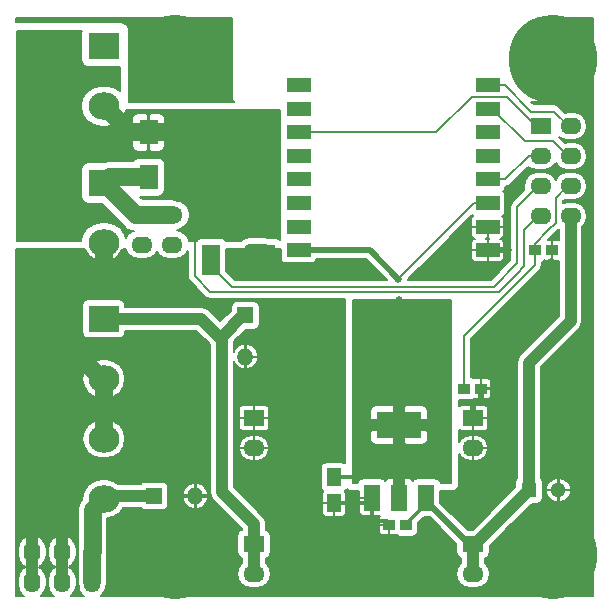
<source format=gtl>
G04 #@! TF.FileFunction,Copper,L1,Top,Signal*
%FSLAX46Y46*%
G04 Gerber Fmt 4.6, Leading zero omitted, Abs format (unit mm)*
G04 Created by KiCad (PCBNEW 4.0.0-rc1-stable) date 2016-02-04 20:32:03*
%MOMM*%
G01*
G04 APERTURE LIST*
%ADD10C,0.100000*%
%ADD11R,1.000000X0.950000*%
%ADD12R,1.800000X1.400000*%
%ADD13O,1.800000X1.400000*%
%ADD14R,1.250000X1.500000*%
%ADD15R,1.400000X1.800000*%
%ADD16O,1.400000X1.800000*%
%ADD17R,1.550000X2.100000*%
%ADD18C,7.500000*%
%ADD19C,0.650000*%
%ADD20R,7.000000X7.000000*%
%ADD21R,1.500000X2.500000*%
%ADD22R,3.700000X2.200000*%
%ADD23R,1.400000X2.200000*%
%ADD24R,2.000000X1.200000*%
%ADD25R,1.400000X1.400000*%
%ADD26O,1.400000X1.400000*%
%ADD27R,1.300000X1.300000*%
%ADD28O,1.300000X1.300000*%
%ADD29R,2.600000X2.300000*%
%ADD30O,2.600000X2.300000*%
%ADD31C,1.000000*%
%ADD32C,0.300000*%
%ADD33C,0.500000*%
%ADD34C,0.200000*%
%ADD35C,1.500000*%
G04 APERTURE END LIST*
D10*
D11*
X94475000Y-70200000D03*
X95925000Y-70200000D03*
D12*
X70729000Y-95064000D03*
D13*
X70729000Y-97604000D03*
D12*
X70729000Y-84396000D03*
D13*
X70729000Y-86936000D03*
D12*
X89271000Y-95064000D03*
D13*
X89271000Y-97604000D03*
D12*
X89271000Y-84396000D03*
D13*
X89271000Y-86936000D03*
D11*
X83625000Y-93450000D03*
X82175000Y-93450000D03*
D14*
X77500000Y-89400000D03*
X77500000Y-91600000D03*
D15*
X57040000Y-95730000D03*
D16*
X57040000Y-98270000D03*
X54500000Y-95730000D03*
X54500000Y-98270000D03*
X51960000Y-95730000D03*
X51960000Y-98270000D03*
D17*
X61800000Y-64000000D03*
X61800000Y-60200000D03*
D18*
X64000000Y-96000000D03*
D19*
X66675000Y-96000000D03*
X65892000Y-94108000D03*
X64000000Y-93325000D03*
X62108000Y-94108000D03*
X61325000Y-96000000D03*
X62108000Y-97892000D03*
X64000000Y-98675000D03*
X65892000Y-97892000D03*
D18*
X64000000Y-54000000D03*
D19*
X66675000Y-54000000D03*
X65892000Y-52108000D03*
X64000000Y-51325000D03*
X62108000Y-52108000D03*
X61325000Y-54000000D03*
X62108000Y-55892000D03*
X64000000Y-56675000D03*
X65892000Y-55892000D03*
D18*
X96000000Y-96000000D03*
D19*
X98675000Y-96000000D03*
X97892000Y-94108000D03*
X96000000Y-93325000D03*
X94108000Y-94108000D03*
X93325000Y-96000000D03*
X94108000Y-97892000D03*
X96000000Y-98675000D03*
X97892000Y-97892000D03*
D18*
X96000000Y-54000000D03*
D19*
X98675000Y-54000000D03*
X97892000Y-52108000D03*
X96000000Y-51325000D03*
X94108000Y-52108000D03*
X93325000Y-54000000D03*
X94108000Y-55892000D03*
X96000000Y-56675000D03*
X97892000Y-55892000D03*
D20*
X69400000Y-64100000D03*
D21*
X67100000Y-71000000D03*
X71700000Y-71000000D03*
D22*
X83000000Y-85000000D03*
D23*
X80700000Y-91200000D03*
X83000000Y-91200000D03*
X85300000Y-91200000D03*
D24*
X90500000Y-70200000D03*
X90500000Y-68200000D03*
X90500000Y-66200000D03*
X90500000Y-64200000D03*
X90500000Y-62200000D03*
X90500000Y-60200000D03*
X90500000Y-58200000D03*
X90500000Y-56200000D03*
X74500000Y-56200000D03*
X74500000Y-58200000D03*
X74500000Y-60200000D03*
X74500000Y-62200000D03*
X74500000Y-64200000D03*
X74500000Y-66200000D03*
X74500000Y-68200000D03*
X74500000Y-70200000D03*
D25*
X62250000Y-91000000D03*
D26*
X65750000Y-91000000D03*
D25*
X70000000Y-75700000D03*
D26*
X70000000Y-79200000D03*
D27*
X94000000Y-90500000D03*
D28*
X96500000Y-90500000D03*
D12*
X61230000Y-67230000D03*
D13*
X63770000Y-67230000D03*
X61230000Y-69770000D03*
X63770000Y-69770000D03*
D12*
X94980000Y-59690000D03*
D13*
X97520000Y-59690000D03*
X94980000Y-62230000D03*
X97520000Y-62230000D03*
X94980000Y-64770000D03*
X97520000Y-64770000D03*
X94980000Y-67310000D03*
X97520000Y-67310000D03*
D11*
X89925000Y-81900000D03*
X88475000Y-81900000D03*
D29*
X58000000Y-64500000D03*
D30*
X58000000Y-69580000D03*
D29*
X58000000Y-76000000D03*
D30*
X58000000Y-81080000D03*
X58000000Y-86160000D03*
X58000000Y-91240000D03*
D29*
X58000000Y-52920000D03*
D30*
X58000000Y-58000000D03*
D19*
X95900000Y-71200000D03*
X73150000Y-71800000D03*
X70400000Y-71800000D03*
X70400000Y-70200000D03*
X81100000Y-93000000D03*
X92250000Y-70200000D03*
X83000000Y-74400000D03*
X82950000Y-72600000D03*
D31*
X94000000Y-90500000D02*
X94000000Y-79700000D01*
X94000000Y-79700000D02*
X97520000Y-76180000D01*
X97520000Y-76180000D02*
X97520000Y-69422478D01*
X97520000Y-69422478D02*
X97520000Y-67310000D01*
X89271000Y-95064000D02*
X89436000Y-95064000D01*
X89436000Y-95064000D02*
X94000000Y-90500000D01*
X89271000Y-97604000D02*
X89271000Y-95064000D01*
D32*
X83625000Y-93450000D02*
X83625000Y-93375000D01*
X83625000Y-93375000D02*
X85300000Y-91700000D01*
X85300000Y-91700000D02*
X85300000Y-91200000D01*
D33*
X85300000Y-91200000D02*
X85300000Y-91400000D01*
X85300000Y-91400000D02*
X88964000Y-95064000D01*
X88964000Y-95064000D02*
X89271000Y-95064000D01*
D34*
X95925000Y-70200000D02*
X95925000Y-71175000D01*
X95925000Y-71175000D02*
X95900000Y-71200000D01*
D33*
X89700000Y-83100000D02*
X89925000Y-82875000D01*
X89367000Y-83100000D02*
X89700000Y-83100000D01*
X89271000Y-83196000D02*
X89367000Y-83100000D01*
X89925000Y-82875000D02*
X89925000Y-81900000D01*
X89271000Y-84396000D02*
X89271000Y-83196000D01*
D31*
X55000000Y-89010000D02*
X55000000Y-88309294D01*
X51960000Y-95730000D02*
X51960000Y-93830000D01*
X55000000Y-88309294D02*
X55000000Y-78230000D01*
X51960000Y-93830000D02*
X55000000Y-90790000D01*
X55000000Y-90790000D02*
X55000000Y-88309294D01*
X51960000Y-98270000D02*
X51960000Y-95730000D01*
X54500000Y-95730000D02*
X54500000Y-89510000D01*
X54500000Y-89510000D02*
X55000000Y-89010000D01*
X54500000Y-98270000D02*
X54500000Y-95730000D01*
D35*
X58000000Y-81080000D02*
X58000000Y-86160000D01*
X55000000Y-74000000D02*
X55000000Y-78230000D01*
X55000000Y-78230000D02*
X57850000Y-81080000D01*
X57850000Y-81080000D02*
X58000000Y-81080000D01*
X57500000Y-71500000D02*
X55000000Y-74000000D01*
X58000000Y-71500000D02*
X57500000Y-71500000D01*
X58000000Y-69580000D02*
X58000000Y-71500000D01*
D31*
X71700000Y-71000000D02*
X71700000Y-71750000D01*
X71700000Y-71750000D02*
X71750000Y-71750000D01*
X71750000Y-71750000D02*
X71700000Y-71800000D01*
X71700000Y-71800000D02*
X73150000Y-71800000D01*
X71700000Y-71750000D02*
X71750000Y-71800000D01*
X71750000Y-71800000D02*
X70400000Y-71800000D01*
X71700000Y-71000000D02*
X71700000Y-70250000D01*
X71700000Y-70250000D02*
X71650000Y-70200000D01*
X71650000Y-70200000D02*
X70400000Y-70200000D01*
D32*
X77500000Y-91600000D02*
X80300000Y-91600000D01*
X80300000Y-91600000D02*
X80700000Y-91200000D01*
X82175000Y-93450000D02*
X82175000Y-93325000D01*
X82175000Y-93325000D02*
X82000000Y-93150000D01*
X82000000Y-93150000D02*
X81250000Y-93150000D01*
X81250000Y-93150000D02*
X81100000Y-93000000D01*
X80700000Y-91200000D02*
X80700000Y-92600000D01*
X80700000Y-92600000D02*
X81100000Y-93000000D01*
D33*
X90500000Y-70200000D02*
X92250000Y-70200000D01*
D34*
X65875000Y-55875000D02*
X64000000Y-54000000D01*
X90900000Y-68200000D02*
X90500000Y-68200000D01*
D35*
X58000000Y-91240000D02*
X57050000Y-92190000D01*
X57050000Y-92190000D02*
X57050000Y-95720000D01*
X57050000Y-95720000D02*
X57040000Y-95730000D01*
D31*
X62250000Y-91000000D02*
X58240000Y-91000000D01*
D35*
X58240000Y-91000000D02*
X58000000Y-91240000D01*
X57040000Y-95730000D02*
X57040000Y-98270000D01*
D31*
X70000000Y-75700000D02*
X69800000Y-75700000D01*
X69800000Y-75700000D02*
X68000000Y-77500000D01*
X68000000Y-77500000D02*
X68000000Y-77750000D01*
X58000000Y-76000000D02*
X66250000Y-76000000D01*
X66250000Y-76000000D02*
X68000000Y-77750000D01*
X70729000Y-95064000D02*
X70729000Y-93364000D01*
X70729000Y-93364000D02*
X68000000Y-90635000D01*
X68000000Y-90635000D02*
X68000000Y-77750000D01*
X70729000Y-97604000D02*
X70729000Y-95064000D01*
D35*
X61800000Y-64000000D02*
X58500000Y-64000000D01*
X58500000Y-64000000D02*
X58000000Y-64500000D01*
X61230000Y-67230000D02*
X60730000Y-67230000D01*
X60730000Y-67230000D02*
X58000000Y-64500000D01*
X63770000Y-67230000D02*
X61230000Y-67230000D01*
D33*
X83000000Y-85000000D02*
X83000000Y-74400000D01*
D31*
X83000000Y-85000000D02*
X83000000Y-74852410D01*
X83000000Y-74852410D02*
X82950000Y-74802410D01*
X83000000Y-91200000D02*
X83000000Y-85000000D01*
D34*
X82950000Y-72600000D02*
X89350000Y-66200000D01*
X89350000Y-66200000D02*
X90500000Y-66200000D01*
D33*
X82950000Y-72600000D02*
X80550000Y-70200000D01*
X80550000Y-70200000D02*
X74500000Y-70200000D01*
X83000000Y-89400000D02*
X83000000Y-85000000D01*
X83000000Y-91200000D02*
X83000000Y-89400000D01*
D32*
X77500000Y-89400000D02*
X83000000Y-89400000D01*
D34*
X94475000Y-70200000D02*
X94475000Y-71425000D01*
X94475000Y-71425000D02*
X88475000Y-77425000D01*
X88475000Y-77425000D02*
X88475000Y-81900000D01*
X95633542Y-68466458D02*
X96250000Y-67850000D01*
X96250000Y-67574039D02*
X96250000Y-65750000D01*
X96250000Y-67850000D02*
X96250000Y-67574039D01*
X95633542Y-68466458D02*
X94475000Y-69625000D01*
X94475000Y-69625000D02*
X94475000Y-70200000D01*
X96250000Y-65750000D02*
X97230000Y-64770000D01*
X97230000Y-64770000D02*
X97520000Y-64770000D01*
X92990186Y-72159814D02*
X91450000Y-73700000D01*
X91450000Y-73700000D02*
X67000000Y-73700000D01*
X67000000Y-73700000D02*
X65700000Y-72400000D01*
X65700000Y-72400000D02*
X65700000Y-67800000D01*
X65700000Y-67800000D02*
X69400000Y-64100000D01*
D35*
X61800000Y-60200000D02*
X65500000Y-60200000D01*
X65500000Y-60200000D02*
X69400000Y-64100000D01*
X61800000Y-60200000D02*
X60200000Y-60200000D01*
X60200000Y-60200000D02*
X58000000Y-58000000D01*
D34*
X92990186Y-72159814D02*
X92900000Y-72250000D01*
X93600000Y-71550000D02*
X92990186Y-72159814D01*
X93600000Y-68490000D02*
X93600000Y-71550000D01*
X94980000Y-67310000D02*
X94780000Y-67310000D01*
X94780000Y-67310000D02*
X93600000Y-68490000D01*
X94980000Y-59690000D02*
X94640000Y-59690000D01*
X94640000Y-59690000D02*
X92150000Y-57200000D01*
X92150000Y-57200000D02*
X89150000Y-57200000D01*
X89150000Y-57200000D02*
X86150000Y-60200000D01*
X86150000Y-60200000D02*
X74500000Y-60200000D01*
X97520000Y-59690000D02*
X97390000Y-59690000D01*
X97390000Y-59690000D02*
X96150000Y-58450000D01*
X96150000Y-58450000D02*
X94200000Y-58450000D01*
X91950000Y-56200000D02*
X90500000Y-56200000D01*
X94200000Y-58450000D02*
X91950000Y-56200000D01*
X94980000Y-62230000D02*
X93970000Y-62230000D01*
X93970000Y-62230000D02*
X92000000Y-64200000D01*
X92000000Y-64200000D02*
X91700000Y-64200000D01*
X91700000Y-64200000D02*
X90500000Y-64200000D01*
X94980000Y-62230000D02*
X94820000Y-62230000D01*
X90900000Y-58200000D02*
X90500000Y-58200000D01*
X96040000Y-60950000D02*
X93650000Y-60950000D01*
X93650000Y-60950000D02*
X90900000Y-58200000D01*
X97320000Y-62230000D02*
X96040000Y-60950000D01*
X97520000Y-62230000D02*
X97320000Y-62230000D01*
X94980000Y-64770000D02*
X94780000Y-64770000D01*
X94780000Y-64770000D02*
X93000000Y-66550000D01*
X93000000Y-66550000D02*
X93000000Y-71300000D01*
X93000000Y-71300000D02*
X91000000Y-73300000D01*
X91000000Y-73300000D02*
X68900000Y-73300000D01*
X68900000Y-73300000D02*
X67100000Y-71500000D01*
X67100000Y-71500000D02*
X67100000Y-71000000D01*
G36*
X99450000Y-99450000D02*
X57732815Y-99450000D01*
X57888528Y-99345956D01*
X58032486Y-99130507D01*
X63551564Y-99130507D01*
X63569562Y-99275954D01*
X63832302Y-99394930D01*
X64120572Y-99404304D01*
X64390487Y-99302648D01*
X64430438Y-99275954D01*
X64448436Y-99130507D01*
X95551564Y-99130507D01*
X95569562Y-99275954D01*
X95832302Y-99394930D01*
X96120572Y-99404304D01*
X96390487Y-99302648D01*
X96430438Y-99275954D01*
X96448436Y-99130507D01*
X96000000Y-98682071D01*
X95551564Y-99130507D01*
X64448436Y-99130507D01*
X64000000Y-98682071D01*
X63551564Y-99130507D01*
X58032486Y-99130507D01*
X58148655Y-98956648D01*
X58180695Y-98795572D01*
X63270696Y-98795572D01*
X63372352Y-99065487D01*
X63399046Y-99105438D01*
X63544493Y-99123436D01*
X63992929Y-98675000D01*
X64007071Y-98675000D01*
X64455507Y-99123436D01*
X64600954Y-99105438D01*
X64719930Y-98842698D01*
X64729304Y-98554428D01*
X64651373Y-98347507D01*
X65443564Y-98347507D01*
X65461562Y-98492954D01*
X65724302Y-98611930D01*
X66012572Y-98621304D01*
X66282487Y-98519648D01*
X66322438Y-98492954D01*
X66340436Y-98347507D01*
X65892000Y-97899071D01*
X65443564Y-98347507D01*
X64651373Y-98347507D01*
X64627648Y-98284513D01*
X64600954Y-98244562D01*
X64455507Y-98226564D01*
X64007071Y-98675000D01*
X63992929Y-98675000D01*
X63544493Y-98226564D01*
X63399046Y-98244562D01*
X63280070Y-98507302D01*
X63270696Y-98795572D01*
X58180695Y-98795572D01*
X58188069Y-98758501D01*
X58194849Y-98748354D01*
X58274582Y-98347507D01*
X61659564Y-98347507D01*
X61677562Y-98492954D01*
X61940302Y-98611930D01*
X62228572Y-98621304D01*
X62498487Y-98519648D01*
X62538438Y-98492954D01*
X62556436Y-98347507D01*
X62108000Y-97899071D01*
X61659564Y-98347507D01*
X58274582Y-98347507D01*
X58290000Y-98270000D01*
X58290000Y-98012572D01*
X61378696Y-98012572D01*
X61480352Y-98282487D01*
X61507046Y-98322438D01*
X61652493Y-98340436D01*
X62100929Y-97892000D01*
X62115071Y-97892000D01*
X62563507Y-98340436D01*
X62708954Y-98322438D01*
X62755570Y-98219493D01*
X63551564Y-98219493D01*
X64000000Y-98667929D01*
X64448436Y-98219493D01*
X64430438Y-98074046D01*
X64294683Y-98012572D01*
X65162696Y-98012572D01*
X65264352Y-98282487D01*
X65291046Y-98322438D01*
X65436493Y-98340436D01*
X65884929Y-97892000D01*
X65899071Y-97892000D01*
X66347507Y-98340436D01*
X66492954Y-98322438D01*
X66611930Y-98059698D01*
X66621304Y-97771428D01*
X66519648Y-97501513D01*
X66492954Y-97461562D01*
X66347507Y-97443564D01*
X65899071Y-97892000D01*
X65884929Y-97892000D01*
X65436493Y-97443564D01*
X65291046Y-97461562D01*
X65172070Y-97724302D01*
X65162696Y-98012572D01*
X64294683Y-98012572D01*
X64167698Y-97955070D01*
X63879428Y-97945696D01*
X63609513Y-98047352D01*
X63569562Y-98074046D01*
X63551564Y-98219493D01*
X62755570Y-98219493D01*
X62827930Y-98059698D01*
X62837304Y-97771428D01*
X62735648Y-97501513D01*
X62708954Y-97461562D01*
X62563507Y-97443564D01*
X62115071Y-97892000D01*
X62100929Y-97892000D01*
X61652493Y-97443564D01*
X61507046Y-97461562D01*
X61388070Y-97724302D01*
X61378696Y-98012572D01*
X58290000Y-98012572D01*
X58290000Y-97436493D01*
X61659564Y-97436493D01*
X62108000Y-97884929D01*
X62556436Y-97436493D01*
X65443564Y-97436493D01*
X65892000Y-97884929D01*
X66340436Y-97436493D01*
X66322438Y-97291046D01*
X66059698Y-97172070D01*
X65771428Y-97162696D01*
X65501513Y-97264352D01*
X65461562Y-97291046D01*
X65443564Y-97436493D01*
X62556436Y-97436493D01*
X62538438Y-97291046D01*
X62275698Y-97172070D01*
X61987428Y-97162696D01*
X61717513Y-97264352D01*
X61677562Y-97291046D01*
X61659564Y-97436493D01*
X58290000Y-97436493D01*
X58290000Y-96455507D01*
X60876564Y-96455507D01*
X60894562Y-96600954D01*
X61157302Y-96719930D01*
X61445572Y-96729304D01*
X61715487Y-96627648D01*
X61755438Y-96600954D01*
X61773436Y-96455507D01*
X66226564Y-96455507D01*
X66244562Y-96600954D01*
X66507302Y-96719930D01*
X66795572Y-96729304D01*
X67065487Y-96627648D01*
X67105438Y-96600954D01*
X67123436Y-96455507D01*
X66675000Y-96007071D01*
X66226564Y-96455507D01*
X61773436Y-96455507D01*
X61325000Y-96007071D01*
X60876564Y-96455507D01*
X58290000Y-96455507D01*
X58290000Y-96120572D01*
X60595696Y-96120572D01*
X60697352Y-96390487D01*
X60724046Y-96430438D01*
X60869493Y-96448436D01*
X61317929Y-96000000D01*
X61332071Y-96000000D01*
X61780507Y-96448436D01*
X61925954Y-96430438D01*
X62044930Y-96167698D01*
X62046462Y-96120572D01*
X65945696Y-96120572D01*
X66047352Y-96390487D01*
X66074046Y-96430438D01*
X66219493Y-96448436D01*
X66667929Y-96000000D01*
X66682071Y-96000000D01*
X67130507Y-96448436D01*
X67275954Y-96430438D01*
X67394930Y-96167698D01*
X67404304Y-95879428D01*
X67302648Y-95609513D01*
X67275954Y-95569562D01*
X67130507Y-95551564D01*
X66682071Y-96000000D01*
X66667929Y-96000000D01*
X66219493Y-95551564D01*
X66074046Y-95569562D01*
X65955070Y-95832302D01*
X65945696Y-96120572D01*
X62046462Y-96120572D01*
X62054304Y-95879428D01*
X61952648Y-95609513D01*
X61925954Y-95569562D01*
X61780507Y-95551564D01*
X61332071Y-96000000D01*
X61317929Y-96000000D01*
X60869493Y-95551564D01*
X60724046Y-95569562D01*
X60605070Y-95832302D01*
X60595696Y-96120572D01*
X58290000Y-96120572D01*
X58290000Y-95770273D01*
X58300000Y-95720000D01*
X58300000Y-95544493D01*
X60876564Y-95544493D01*
X61325000Y-95992929D01*
X61773436Y-95544493D01*
X66226564Y-95544493D01*
X66675000Y-95992929D01*
X67123436Y-95544493D01*
X67105438Y-95399046D01*
X66842698Y-95280070D01*
X66554428Y-95270696D01*
X66284513Y-95372352D01*
X66244562Y-95399046D01*
X66226564Y-95544493D01*
X61773436Y-95544493D01*
X61755438Y-95399046D01*
X61492698Y-95280070D01*
X61204428Y-95270696D01*
X60934513Y-95372352D01*
X60894562Y-95399046D01*
X60876564Y-95544493D01*
X58300000Y-95544493D01*
X58300000Y-94563507D01*
X61659564Y-94563507D01*
X61677562Y-94708954D01*
X61940302Y-94827930D01*
X62228572Y-94837304D01*
X62498487Y-94735648D01*
X62538438Y-94708954D01*
X62556436Y-94563507D01*
X65443564Y-94563507D01*
X65461562Y-94708954D01*
X65724302Y-94827930D01*
X66012572Y-94837304D01*
X66282487Y-94735648D01*
X66322438Y-94708954D01*
X66340436Y-94563507D01*
X65892000Y-94115071D01*
X65443564Y-94563507D01*
X62556436Y-94563507D01*
X62108000Y-94115071D01*
X61659564Y-94563507D01*
X58300000Y-94563507D01*
X58300000Y-94228572D01*
X61378696Y-94228572D01*
X61480352Y-94498487D01*
X61507046Y-94538438D01*
X61652493Y-94556436D01*
X62100929Y-94108000D01*
X62115071Y-94108000D01*
X62563507Y-94556436D01*
X62708954Y-94538438D01*
X62827930Y-94275698D01*
X62829462Y-94228572D01*
X65162696Y-94228572D01*
X65264352Y-94498487D01*
X65291046Y-94538438D01*
X65436493Y-94556436D01*
X65884929Y-94108000D01*
X65899071Y-94108000D01*
X66347507Y-94556436D01*
X66492954Y-94538438D01*
X66611930Y-94275698D01*
X66621304Y-93987428D01*
X66519648Y-93717513D01*
X66492954Y-93677562D01*
X66347507Y-93659564D01*
X65899071Y-94108000D01*
X65884929Y-94108000D01*
X65436493Y-93659564D01*
X65291046Y-93677562D01*
X65172070Y-93940302D01*
X65162696Y-94228572D01*
X62829462Y-94228572D01*
X62837304Y-93987428D01*
X62759373Y-93780507D01*
X63551564Y-93780507D01*
X63569562Y-93925954D01*
X63832302Y-94044930D01*
X64120572Y-94054304D01*
X64390487Y-93952648D01*
X64430438Y-93925954D01*
X64448436Y-93780507D01*
X64000000Y-93332071D01*
X63551564Y-93780507D01*
X62759373Y-93780507D01*
X62735648Y-93717513D01*
X62708954Y-93677562D01*
X62563507Y-93659564D01*
X62115071Y-94108000D01*
X62100929Y-94108000D01*
X61652493Y-93659564D01*
X61507046Y-93677562D01*
X61388070Y-93940302D01*
X61378696Y-94228572D01*
X58300000Y-94228572D01*
X58300000Y-93652493D01*
X61659564Y-93652493D01*
X62108000Y-94100929D01*
X62556436Y-93652493D01*
X62538438Y-93507046D01*
X62402683Y-93445572D01*
X63270696Y-93445572D01*
X63372352Y-93715487D01*
X63399046Y-93755438D01*
X63544493Y-93773436D01*
X63992929Y-93325000D01*
X64007071Y-93325000D01*
X64455507Y-93773436D01*
X64600954Y-93755438D01*
X64647570Y-93652493D01*
X65443564Y-93652493D01*
X65892000Y-94100929D01*
X66340436Y-93652493D01*
X66322438Y-93507046D01*
X66059698Y-93388070D01*
X65771428Y-93378696D01*
X65501513Y-93480352D01*
X65461562Y-93507046D01*
X65443564Y-93652493D01*
X64647570Y-93652493D01*
X64719930Y-93492698D01*
X64729304Y-93204428D01*
X64627648Y-92934513D01*
X64600954Y-92894562D01*
X64455507Y-92876564D01*
X64007071Y-93325000D01*
X63992929Y-93325000D01*
X63544493Y-92876564D01*
X63399046Y-92894562D01*
X63280070Y-93157302D01*
X63270696Y-93445572D01*
X62402683Y-93445572D01*
X62275698Y-93388070D01*
X61987428Y-93378696D01*
X61717513Y-93480352D01*
X61677562Y-93507046D01*
X61659564Y-93652493D01*
X58300000Y-93652493D01*
X58300000Y-92869493D01*
X63551564Y-92869493D01*
X64000000Y-93317929D01*
X64448436Y-92869493D01*
X64430438Y-92724046D01*
X64167698Y-92605070D01*
X63879428Y-92595696D01*
X63609513Y-92697352D01*
X63569562Y-92724046D01*
X63551564Y-92869493D01*
X58300000Y-92869493D01*
X58300000Y-92867178D01*
X58816692Y-92764401D01*
X59351990Y-92406726D01*
X59623756Y-92000000D01*
X61148884Y-92000000D01*
X61184575Y-92055465D01*
X61351661Y-92169630D01*
X61550000Y-92209795D01*
X62950000Y-92209795D01*
X63135289Y-92174931D01*
X63305465Y-92065425D01*
X63419630Y-91898339D01*
X63459795Y-91700000D01*
X63459795Y-91221284D01*
X64672488Y-91221284D01*
X64831608Y-91605447D01*
X65133211Y-91910814D01*
X65528715Y-92077517D01*
X65700000Y-91998868D01*
X65700000Y-91050000D01*
X65800000Y-91050000D01*
X65800000Y-91998868D01*
X65971285Y-92077517D01*
X66366789Y-91910814D01*
X66668392Y-91605447D01*
X66827512Y-91221284D01*
X66748749Y-91050000D01*
X65800000Y-91050000D01*
X65700000Y-91050000D01*
X64751251Y-91050000D01*
X64672488Y-91221284D01*
X63459795Y-91221284D01*
X63459795Y-90778716D01*
X64672488Y-90778716D01*
X64751251Y-90950000D01*
X65700000Y-90950000D01*
X65700000Y-90001132D01*
X65800000Y-90001132D01*
X65800000Y-90950000D01*
X66748749Y-90950000D01*
X66827512Y-90778716D01*
X66668392Y-90394553D01*
X66366789Y-90089186D01*
X65971285Y-89922483D01*
X65800000Y-90001132D01*
X65700000Y-90001132D01*
X65528715Y-89922483D01*
X65133211Y-90089186D01*
X64831608Y-90394553D01*
X64672488Y-90778716D01*
X63459795Y-90778716D01*
X63459795Y-90300000D01*
X63424931Y-90114711D01*
X63315425Y-89944535D01*
X63148339Y-89830370D01*
X62950000Y-89790205D01*
X61550000Y-89790205D01*
X61364711Y-89825069D01*
X61194535Y-89934575D01*
X61149832Y-90000000D01*
X59242328Y-90000000D01*
X58816692Y-89715599D01*
X58185264Y-89590000D01*
X57814736Y-89590000D01*
X57183308Y-89715599D01*
X56648010Y-90073274D01*
X56290335Y-90608572D01*
X56164736Y-91240000D01*
X56175935Y-91296299D01*
X56166117Y-91306117D01*
X55895151Y-91711646D01*
X55800000Y-92190000D01*
X55800000Y-95679727D01*
X55790000Y-95730000D01*
X55790000Y-98270000D01*
X55885151Y-98748354D01*
X55891931Y-98758501D01*
X55931345Y-98956648D01*
X56191472Y-99345956D01*
X56347185Y-99450000D01*
X55192815Y-99450000D01*
X55348528Y-99345956D01*
X55608655Y-98956648D01*
X55700000Y-98497428D01*
X55700000Y-98042572D01*
X55608655Y-97583352D01*
X55348528Y-97194044D01*
X55058120Y-97000000D01*
X55348528Y-96805956D01*
X55608655Y-96416648D01*
X55700000Y-95957428D01*
X55700000Y-95502572D01*
X55608655Y-95043352D01*
X55348528Y-94654044D01*
X54959220Y-94393917D01*
X54500000Y-94302572D01*
X54040780Y-94393917D01*
X53651472Y-94654044D01*
X53391345Y-95043352D01*
X53300000Y-95502572D01*
X53300000Y-95957428D01*
X53391345Y-96416648D01*
X53651472Y-96805956D01*
X53941880Y-97000000D01*
X53651472Y-97194044D01*
X53391345Y-97583352D01*
X53300000Y-98042572D01*
X53300000Y-98497428D01*
X53391345Y-98956648D01*
X53651472Y-99345956D01*
X53807185Y-99450000D01*
X52652815Y-99450000D01*
X52808528Y-99345956D01*
X53068655Y-98956648D01*
X53160000Y-98497428D01*
X53160000Y-98042572D01*
X53068655Y-97583352D01*
X52808528Y-97194044D01*
X52518120Y-97000000D01*
X52808528Y-96805956D01*
X53068655Y-96416648D01*
X53160000Y-95957428D01*
X53160000Y-95502572D01*
X53068655Y-95043352D01*
X52808528Y-94654044D01*
X52419220Y-94393917D01*
X51960000Y-94302572D01*
X51500780Y-94393917D01*
X51111472Y-94654044D01*
X50851345Y-95043352D01*
X50760000Y-95502572D01*
X50760000Y-95957428D01*
X50851345Y-96416648D01*
X51111472Y-96805956D01*
X51401880Y-97000000D01*
X51111472Y-97194044D01*
X50851345Y-97583352D01*
X50760000Y-98042572D01*
X50760000Y-98497428D01*
X50851345Y-98956648D01*
X51111472Y-99345956D01*
X51267185Y-99450000D01*
X50550000Y-99450000D01*
X50550000Y-86160000D01*
X56164736Y-86160000D01*
X56290335Y-86791428D01*
X56648010Y-87326726D01*
X57183308Y-87684401D01*
X57814736Y-87810000D01*
X58185264Y-87810000D01*
X58816692Y-87684401D01*
X59351990Y-87326726D01*
X59709665Y-86791428D01*
X59835264Y-86160000D01*
X59709665Y-85528572D01*
X59351990Y-84993274D01*
X58816692Y-84635599D01*
X58185264Y-84510000D01*
X57814736Y-84510000D01*
X57183308Y-84635599D01*
X56648010Y-84993274D01*
X56290335Y-85528572D01*
X56164736Y-86160000D01*
X50550000Y-86160000D01*
X50550000Y-81080000D01*
X56164736Y-81080000D01*
X56290335Y-81711428D01*
X56648010Y-82246726D01*
X57183308Y-82604401D01*
X57814736Y-82730000D01*
X58185264Y-82730000D01*
X58816692Y-82604401D01*
X59351990Y-82246726D01*
X59709665Y-81711428D01*
X59835264Y-81080000D01*
X59709665Y-80448572D01*
X59351990Y-79913274D01*
X58816692Y-79555599D01*
X58185264Y-79430000D01*
X57814736Y-79430000D01*
X57183308Y-79555599D01*
X56648010Y-79913274D01*
X56290335Y-80448572D01*
X56164736Y-81080000D01*
X50550000Y-81080000D01*
X50550000Y-74850000D01*
X56190205Y-74850000D01*
X56190205Y-77150000D01*
X56225069Y-77335289D01*
X56334575Y-77505465D01*
X56501661Y-77619630D01*
X56700000Y-77659795D01*
X59300000Y-77659795D01*
X59485289Y-77624931D01*
X59655465Y-77515425D01*
X59769630Y-77348339D01*
X59809795Y-77150000D01*
X59809795Y-77000000D01*
X65835786Y-77000000D01*
X67000000Y-78164214D01*
X67000000Y-90635000D01*
X67076120Y-91017684D01*
X67292893Y-91342107D01*
X69729000Y-93778214D01*
X69729000Y-93873021D01*
X69643711Y-93889069D01*
X69473535Y-93998575D01*
X69359370Y-94165661D01*
X69319205Y-94364000D01*
X69319205Y-95764000D01*
X69354069Y-95949289D01*
X69463575Y-96119465D01*
X69630661Y-96233630D01*
X69729000Y-96253544D01*
X69729000Y-96704720D01*
X69653044Y-96755472D01*
X69392917Y-97144780D01*
X69301572Y-97604000D01*
X69392917Y-98063220D01*
X69653044Y-98452528D01*
X70042352Y-98712655D01*
X70501572Y-98804000D01*
X70956428Y-98804000D01*
X71415648Y-98712655D01*
X71804956Y-98452528D01*
X72065083Y-98063220D01*
X72156428Y-97604000D01*
X72065083Y-97144780D01*
X71804956Y-96755472D01*
X71729000Y-96704720D01*
X71729000Y-96254979D01*
X71814289Y-96238931D01*
X71984465Y-96129425D01*
X72098630Y-95962339D01*
X72138795Y-95764000D01*
X72138795Y-94364000D01*
X72103931Y-94178711D01*
X71994425Y-94008535D01*
X71827339Y-93894370D01*
X71729000Y-93874456D01*
X71729000Y-93555000D01*
X81275000Y-93555000D01*
X81275000Y-94004565D01*
X81335896Y-94151582D01*
X81448418Y-94264104D01*
X81595435Y-94325000D01*
X82070000Y-94325000D01*
X82170000Y-94225000D01*
X82170000Y-93455000D01*
X81375000Y-93455000D01*
X81275000Y-93555000D01*
X71729000Y-93555000D01*
X71729000Y-93364000D01*
X71697259Y-93204428D01*
X71652880Y-92981316D01*
X71436107Y-92656893D01*
X70484214Y-91705000D01*
X76475000Y-91705000D01*
X76475000Y-92429565D01*
X76535896Y-92576582D01*
X76648418Y-92689104D01*
X76795435Y-92750000D01*
X77395000Y-92750000D01*
X77495000Y-92650000D01*
X77495000Y-91605000D01*
X77505000Y-91605000D01*
X77505000Y-92650000D01*
X77605000Y-92750000D01*
X78204565Y-92750000D01*
X78351582Y-92689104D01*
X78464104Y-92576582D01*
X78525000Y-92429565D01*
X78525000Y-91705000D01*
X78425000Y-91605000D01*
X77505000Y-91605000D01*
X77495000Y-91605000D01*
X76575000Y-91605000D01*
X76475000Y-91705000D01*
X70484214Y-91705000D01*
X69000000Y-90220786D01*
X69000000Y-87113015D01*
X69443336Y-87113015D01*
X69510819Y-87352332D01*
X69747647Y-87710282D01*
X70103429Y-87950354D01*
X70524000Y-88036000D01*
X70724000Y-88036000D01*
X70724000Y-86941000D01*
X70734000Y-86941000D01*
X70734000Y-88036000D01*
X70934000Y-88036000D01*
X71354571Y-87950354D01*
X71710353Y-87710282D01*
X71947181Y-87352332D01*
X72014664Y-87113015D01*
X71928987Y-86941000D01*
X70734000Y-86941000D01*
X70724000Y-86941000D01*
X69529013Y-86941000D01*
X69443336Y-87113015D01*
X69000000Y-87113015D01*
X69000000Y-86758985D01*
X69443336Y-86758985D01*
X69529013Y-86931000D01*
X70724000Y-86931000D01*
X70724000Y-85836000D01*
X70734000Y-85836000D01*
X70734000Y-86931000D01*
X71928987Y-86931000D01*
X72014664Y-86758985D01*
X71947181Y-86519668D01*
X71710353Y-86161718D01*
X71354571Y-85921646D01*
X70934000Y-85836000D01*
X70734000Y-85836000D01*
X70724000Y-85836000D01*
X70524000Y-85836000D01*
X70103429Y-85921646D01*
X69747647Y-86161718D01*
X69510819Y-86519668D01*
X69443336Y-86758985D01*
X69000000Y-86758985D01*
X69000000Y-84501000D01*
X69429000Y-84501000D01*
X69429000Y-85175565D01*
X69489896Y-85322582D01*
X69602418Y-85435104D01*
X69749435Y-85496000D01*
X70624000Y-85496000D01*
X70724000Y-85396000D01*
X70724000Y-84401000D01*
X70734000Y-84401000D01*
X70734000Y-85396000D01*
X70834000Y-85496000D01*
X71708565Y-85496000D01*
X71855582Y-85435104D01*
X71968104Y-85322582D01*
X72029000Y-85175565D01*
X72029000Y-84501000D01*
X71929000Y-84401000D01*
X70734000Y-84401000D01*
X70724000Y-84401000D01*
X69529000Y-84401000D01*
X69429000Y-84501000D01*
X69000000Y-84501000D01*
X69000000Y-83616435D01*
X69429000Y-83616435D01*
X69429000Y-84291000D01*
X69529000Y-84391000D01*
X70724000Y-84391000D01*
X70724000Y-83396000D01*
X70734000Y-83396000D01*
X70734000Y-84391000D01*
X71929000Y-84391000D01*
X72029000Y-84291000D01*
X72029000Y-83616435D01*
X71968104Y-83469418D01*
X71855582Y-83356896D01*
X71708565Y-83296000D01*
X70834000Y-83296000D01*
X70734000Y-83396000D01*
X70724000Y-83396000D01*
X70624000Y-83296000D01*
X69749435Y-83296000D01*
X69602418Y-83356896D01*
X69489896Y-83469418D01*
X69429000Y-83616435D01*
X69000000Y-83616435D01*
X69000000Y-79606006D01*
X69064718Y-79779006D01*
X69357488Y-80092849D01*
X69748075Y-80270764D01*
X69822985Y-80285664D01*
X69995000Y-80199987D01*
X69995000Y-79205000D01*
X70005000Y-79205000D01*
X70005000Y-80199987D01*
X70177015Y-80285664D01*
X70251925Y-80270764D01*
X70642512Y-80092849D01*
X70935282Y-79779006D01*
X71085664Y-79377015D01*
X70999989Y-79205000D01*
X70005000Y-79205000D01*
X69995000Y-79205000D01*
X69975000Y-79205000D01*
X69975000Y-79195000D01*
X69995000Y-79195000D01*
X69995000Y-78200013D01*
X70005000Y-78200013D01*
X70005000Y-79195000D01*
X70999989Y-79195000D01*
X71085664Y-79022985D01*
X70935282Y-78620994D01*
X70642512Y-78307151D01*
X70251925Y-78129236D01*
X70177015Y-78114336D01*
X70005000Y-78200013D01*
X69995000Y-78200013D01*
X69822985Y-78114336D01*
X69748075Y-78129236D01*
X69357488Y-78307151D01*
X69064718Y-78620994D01*
X69000000Y-78793994D01*
X69000000Y-77914214D01*
X70004418Y-76909795D01*
X70700000Y-76909795D01*
X70885289Y-76874931D01*
X71055465Y-76765425D01*
X71169630Y-76598339D01*
X71209795Y-76400000D01*
X71209795Y-75000000D01*
X71174931Y-74814711D01*
X71065425Y-74644535D01*
X70898339Y-74530370D01*
X70700000Y-74490205D01*
X69300000Y-74490205D01*
X69114711Y-74525069D01*
X68944535Y-74634575D01*
X68830370Y-74801661D01*
X68790205Y-75000000D01*
X68790205Y-75295582D01*
X67875000Y-76210786D01*
X66957107Y-75292893D01*
X66632684Y-75076120D01*
X66250000Y-75000000D01*
X59809795Y-75000000D01*
X59809795Y-74850000D01*
X59774931Y-74664711D01*
X59665425Y-74494535D01*
X59498339Y-74380370D01*
X59300000Y-74340205D01*
X56700000Y-74340205D01*
X56514711Y-74375069D01*
X56344535Y-74484575D01*
X56230370Y-74651661D01*
X56190205Y-74850000D01*
X50550000Y-74850000D01*
X50550000Y-70100000D01*
X56396744Y-70100000D01*
X56416073Y-70168540D01*
X56750449Y-70672480D01*
X57252221Y-71010100D01*
X57845000Y-71130000D01*
X57995000Y-71130000D01*
X57995000Y-70100000D01*
X58005000Y-70100000D01*
X58005000Y-71130000D01*
X58155000Y-71130000D01*
X58747779Y-71010100D01*
X59249551Y-70672480D01*
X59583927Y-70168540D01*
X59603256Y-70100000D01*
X59868213Y-70100000D01*
X59893917Y-70229220D01*
X60154044Y-70618528D01*
X60543352Y-70878655D01*
X61002572Y-70970000D01*
X61457428Y-70970000D01*
X61916648Y-70878655D01*
X62305956Y-70618528D01*
X62500000Y-70328120D01*
X62694044Y-70618528D01*
X63083352Y-70878655D01*
X63542572Y-70970000D01*
X63997428Y-70970000D01*
X64456648Y-70878655D01*
X64845956Y-70618528D01*
X65100000Y-70238324D01*
X65100000Y-72400000D01*
X65145672Y-72629610D01*
X65275736Y-72824264D01*
X66575736Y-74124264D01*
X66770390Y-74254328D01*
X67000000Y-74300000D01*
X78400000Y-74300000D01*
X78400000Y-88232750D01*
X78323339Y-88180370D01*
X78125000Y-88140205D01*
X76875000Y-88140205D01*
X76689711Y-88175069D01*
X76519535Y-88284575D01*
X76405370Y-88451661D01*
X76365205Y-88650000D01*
X76365205Y-90150000D01*
X76400069Y-90335289D01*
X76509575Y-90505465D01*
X76595286Y-90564028D01*
X76535896Y-90623418D01*
X76475000Y-90770435D01*
X76475000Y-91495000D01*
X76575000Y-91595000D01*
X77495000Y-91595000D01*
X77495000Y-91575000D01*
X77505000Y-91575000D01*
X77505000Y-91595000D01*
X78425000Y-91595000D01*
X78525000Y-91495000D01*
X78525000Y-91305000D01*
X79600000Y-91305000D01*
X79600000Y-92379565D01*
X79660896Y-92526582D01*
X79773418Y-92639104D01*
X79920435Y-92700000D01*
X80595000Y-92700000D01*
X80695000Y-92600000D01*
X80695000Y-91205000D01*
X79700000Y-91205000D01*
X79600000Y-91305000D01*
X78525000Y-91305000D01*
X78525000Y-90770435D01*
X78464104Y-90623418D01*
X78404800Y-90564114D01*
X78480465Y-90515425D01*
X78558697Y-90400929D01*
X78569915Y-90418363D01*
X78766566Y-90552728D01*
X79000000Y-90600000D01*
X79600000Y-90600000D01*
X79600000Y-91095000D01*
X79700000Y-91195000D01*
X80695000Y-91195000D01*
X80695000Y-91175000D01*
X80705000Y-91175000D01*
X80705000Y-91195000D01*
X80725000Y-91195000D01*
X80725000Y-91205000D01*
X80705000Y-91205000D01*
X80705000Y-92600000D01*
X80805000Y-92700000D01*
X81384314Y-92700000D01*
X81335896Y-92748418D01*
X81275000Y-92895435D01*
X81275000Y-93345000D01*
X81375000Y-93445000D01*
X82170000Y-93445000D01*
X82170000Y-93425000D01*
X82180000Y-93425000D01*
X82180000Y-93445000D01*
X82200000Y-93445000D01*
X82200000Y-93455000D01*
X82180000Y-93455000D01*
X82180000Y-94225000D01*
X82280000Y-94325000D01*
X82754565Y-94325000D01*
X82798263Y-94306900D01*
X82926661Y-94394630D01*
X83125000Y-94434795D01*
X84125000Y-94434795D01*
X84310289Y-94399931D01*
X84480465Y-94290425D01*
X84594630Y-94123339D01*
X84634795Y-93925000D01*
X84634795Y-93284443D01*
X85109444Y-92809795D01*
X85649135Y-92809795D01*
X87861205Y-95021865D01*
X87861205Y-95764000D01*
X87896069Y-95949289D01*
X88005575Y-96119465D01*
X88172661Y-96233630D01*
X88271000Y-96253544D01*
X88271000Y-96704720D01*
X88195044Y-96755472D01*
X87934917Y-97144780D01*
X87843572Y-97604000D01*
X87934917Y-98063220D01*
X88195044Y-98452528D01*
X88584352Y-98712655D01*
X89043572Y-98804000D01*
X89498428Y-98804000D01*
X89540798Y-98795572D01*
X95270696Y-98795572D01*
X95372352Y-99065487D01*
X95399046Y-99105438D01*
X95544493Y-99123436D01*
X95992929Y-98675000D01*
X96007071Y-98675000D01*
X96455507Y-99123436D01*
X96600954Y-99105438D01*
X96719930Y-98842698D01*
X96729304Y-98554428D01*
X96651373Y-98347507D01*
X97443564Y-98347507D01*
X97461562Y-98492954D01*
X97724302Y-98611930D01*
X98012572Y-98621304D01*
X98282487Y-98519648D01*
X98322438Y-98492954D01*
X98340436Y-98347507D01*
X97892000Y-97899071D01*
X97443564Y-98347507D01*
X96651373Y-98347507D01*
X96627648Y-98284513D01*
X96600954Y-98244562D01*
X96455507Y-98226564D01*
X96007071Y-98675000D01*
X95992929Y-98675000D01*
X95544493Y-98226564D01*
X95399046Y-98244562D01*
X95280070Y-98507302D01*
X95270696Y-98795572D01*
X89540798Y-98795572D01*
X89957648Y-98712655D01*
X90346956Y-98452528D01*
X90417128Y-98347507D01*
X93659564Y-98347507D01*
X93677562Y-98492954D01*
X93940302Y-98611930D01*
X94228572Y-98621304D01*
X94498487Y-98519648D01*
X94538438Y-98492954D01*
X94556436Y-98347507D01*
X94108000Y-97899071D01*
X93659564Y-98347507D01*
X90417128Y-98347507D01*
X90607083Y-98063220D01*
X90617157Y-98012572D01*
X93378696Y-98012572D01*
X93480352Y-98282487D01*
X93507046Y-98322438D01*
X93652493Y-98340436D01*
X94100929Y-97892000D01*
X94115071Y-97892000D01*
X94563507Y-98340436D01*
X94708954Y-98322438D01*
X94755570Y-98219493D01*
X95551564Y-98219493D01*
X96000000Y-98667929D01*
X96448436Y-98219493D01*
X96430438Y-98074046D01*
X96294683Y-98012572D01*
X97162696Y-98012572D01*
X97264352Y-98282487D01*
X97291046Y-98322438D01*
X97436493Y-98340436D01*
X97884929Y-97892000D01*
X97899071Y-97892000D01*
X98347507Y-98340436D01*
X98492954Y-98322438D01*
X98611930Y-98059698D01*
X98621304Y-97771428D01*
X98519648Y-97501513D01*
X98492954Y-97461562D01*
X98347507Y-97443564D01*
X97899071Y-97892000D01*
X97884929Y-97892000D01*
X97436493Y-97443564D01*
X97291046Y-97461562D01*
X97172070Y-97724302D01*
X97162696Y-98012572D01*
X96294683Y-98012572D01*
X96167698Y-97955070D01*
X95879428Y-97945696D01*
X95609513Y-98047352D01*
X95569562Y-98074046D01*
X95551564Y-98219493D01*
X94755570Y-98219493D01*
X94827930Y-98059698D01*
X94837304Y-97771428D01*
X94735648Y-97501513D01*
X94708954Y-97461562D01*
X94563507Y-97443564D01*
X94115071Y-97892000D01*
X94100929Y-97892000D01*
X93652493Y-97443564D01*
X93507046Y-97461562D01*
X93388070Y-97724302D01*
X93378696Y-98012572D01*
X90617157Y-98012572D01*
X90698428Y-97604000D01*
X90665109Y-97436493D01*
X93659564Y-97436493D01*
X94108000Y-97884929D01*
X94556436Y-97436493D01*
X97443564Y-97436493D01*
X97892000Y-97884929D01*
X98340436Y-97436493D01*
X98322438Y-97291046D01*
X98059698Y-97172070D01*
X97771428Y-97162696D01*
X97501513Y-97264352D01*
X97461562Y-97291046D01*
X97443564Y-97436493D01*
X94556436Y-97436493D01*
X94538438Y-97291046D01*
X94275698Y-97172070D01*
X93987428Y-97162696D01*
X93717513Y-97264352D01*
X93677562Y-97291046D01*
X93659564Y-97436493D01*
X90665109Y-97436493D01*
X90607083Y-97144780D01*
X90346956Y-96755472D01*
X90271000Y-96704720D01*
X90271000Y-96455507D01*
X92876564Y-96455507D01*
X92894562Y-96600954D01*
X93157302Y-96719930D01*
X93445572Y-96729304D01*
X93715487Y-96627648D01*
X93755438Y-96600954D01*
X93773436Y-96455507D01*
X98226564Y-96455507D01*
X98244562Y-96600954D01*
X98507302Y-96719930D01*
X98795572Y-96729304D01*
X99065487Y-96627648D01*
X99105438Y-96600954D01*
X99123436Y-96455507D01*
X98675000Y-96007071D01*
X98226564Y-96455507D01*
X93773436Y-96455507D01*
X93325000Y-96007071D01*
X92876564Y-96455507D01*
X90271000Y-96455507D01*
X90271000Y-96254979D01*
X90356289Y-96238931D01*
X90526465Y-96129425D01*
X90532513Y-96120572D01*
X92595696Y-96120572D01*
X92697352Y-96390487D01*
X92724046Y-96430438D01*
X92869493Y-96448436D01*
X93317929Y-96000000D01*
X93332071Y-96000000D01*
X93780507Y-96448436D01*
X93925954Y-96430438D01*
X94044930Y-96167698D01*
X94046462Y-96120572D01*
X97945696Y-96120572D01*
X98047352Y-96390487D01*
X98074046Y-96430438D01*
X98219493Y-96448436D01*
X98667929Y-96000000D01*
X98682071Y-96000000D01*
X99130507Y-96448436D01*
X99275954Y-96430438D01*
X99394930Y-96167698D01*
X99404304Y-95879428D01*
X99302648Y-95609513D01*
X99275954Y-95569562D01*
X99130507Y-95551564D01*
X98682071Y-96000000D01*
X98667929Y-96000000D01*
X98219493Y-95551564D01*
X98074046Y-95569562D01*
X97955070Y-95832302D01*
X97945696Y-96120572D01*
X94046462Y-96120572D01*
X94054304Y-95879428D01*
X93952648Y-95609513D01*
X93925954Y-95569562D01*
X93780507Y-95551564D01*
X93332071Y-96000000D01*
X93317929Y-96000000D01*
X92869493Y-95551564D01*
X92724046Y-95569562D01*
X92605070Y-95832302D01*
X92595696Y-96120572D01*
X90532513Y-96120572D01*
X90640630Y-95962339D01*
X90680795Y-95764000D01*
X90680795Y-95544493D01*
X92876564Y-95544493D01*
X93325000Y-95992929D01*
X93773436Y-95544493D01*
X98226564Y-95544493D01*
X98675000Y-95992929D01*
X99123436Y-95544493D01*
X99105438Y-95399046D01*
X98842698Y-95280070D01*
X98554428Y-95270696D01*
X98284513Y-95372352D01*
X98244562Y-95399046D01*
X98226564Y-95544493D01*
X93773436Y-95544493D01*
X93755438Y-95399046D01*
X93492698Y-95280070D01*
X93204428Y-95270696D01*
X92934513Y-95372352D01*
X92894562Y-95399046D01*
X92876564Y-95544493D01*
X90680795Y-95544493D01*
X90680795Y-95233419D01*
X91350707Y-94563507D01*
X93659564Y-94563507D01*
X93677562Y-94708954D01*
X93940302Y-94827930D01*
X94228572Y-94837304D01*
X94498487Y-94735648D01*
X94538438Y-94708954D01*
X94556436Y-94563507D01*
X97443564Y-94563507D01*
X97461562Y-94708954D01*
X97724302Y-94827930D01*
X98012572Y-94837304D01*
X98282487Y-94735648D01*
X98322438Y-94708954D01*
X98340436Y-94563507D01*
X97892000Y-94115071D01*
X97443564Y-94563507D01*
X94556436Y-94563507D01*
X94108000Y-94115071D01*
X93659564Y-94563507D01*
X91350707Y-94563507D01*
X91685642Y-94228572D01*
X93378696Y-94228572D01*
X93480352Y-94498487D01*
X93507046Y-94538438D01*
X93652493Y-94556436D01*
X94100929Y-94108000D01*
X94115071Y-94108000D01*
X94563507Y-94556436D01*
X94708954Y-94538438D01*
X94827930Y-94275698D01*
X94829462Y-94228572D01*
X97162696Y-94228572D01*
X97264352Y-94498487D01*
X97291046Y-94538438D01*
X97436493Y-94556436D01*
X97884929Y-94108000D01*
X97899071Y-94108000D01*
X98347507Y-94556436D01*
X98492954Y-94538438D01*
X98611930Y-94275698D01*
X98621304Y-93987428D01*
X98519648Y-93717513D01*
X98492954Y-93677562D01*
X98347507Y-93659564D01*
X97899071Y-94108000D01*
X97884929Y-94108000D01*
X97436493Y-93659564D01*
X97291046Y-93677562D01*
X97172070Y-93940302D01*
X97162696Y-94228572D01*
X94829462Y-94228572D01*
X94837304Y-93987428D01*
X94759373Y-93780507D01*
X95551564Y-93780507D01*
X95569562Y-93925954D01*
X95832302Y-94044930D01*
X96120572Y-94054304D01*
X96390487Y-93952648D01*
X96430438Y-93925954D01*
X96448436Y-93780507D01*
X96000000Y-93332071D01*
X95551564Y-93780507D01*
X94759373Y-93780507D01*
X94735648Y-93717513D01*
X94708954Y-93677562D01*
X94563507Y-93659564D01*
X94115071Y-94108000D01*
X94100929Y-94108000D01*
X93652493Y-93659564D01*
X93507046Y-93677562D01*
X93388070Y-93940302D01*
X93378696Y-94228572D01*
X91685642Y-94228572D01*
X92261721Y-93652493D01*
X93659564Y-93652493D01*
X94108000Y-94100929D01*
X94556436Y-93652493D01*
X94538438Y-93507046D01*
X94402683Y-93445572D01*
X95270696Y-93445572D01*
X95372352Y-93715487D01*
X95399046Y-93755438D01*
X95544493Y-93773436D01*
X95992929Y-93325000D01*
X96007071Y-93325000D01*
X96455507Y-93773436D01*
X96600954Y-93755438D01*
X96647570Y-93652493D01*
X97443564Y-93652493D01*
X97892000Y-94100929D01*
X98340436Y-93652493D01*
X98322438Y-93507046D01*
X98059698Y-93388070D01*
X97771428Y-93378696D01*
X97501513Y-93480352D01*
X97461562Y-93507046D01*
X97443564Y-93652493D01*
X96647570Y-93652493D01*
X96719930Y-93492698D01*
X96729304Y-93204428D01*
X96627648Y-92934513D01*
X96600954Y-92894562D01*
X96455507Y-92876564D01*
X96007071Y-93325000D01*
X95992929Y-93325000D01*
X95544493Y-92876564D01*
X95399046Y-92894562D01*
X95280070Y-93157302D01*
X95270696Y-93445572D01*
X94402683Y-93445572D01*
X94275698Y-93388070D01*
X93987428Y-93378696D01*
X93717513Y-93480352D01*
X93677562Y-93507046D01*
X93659564Y-93652493D01*
X92261721Y-93652493D01*
X93044721Y-92869493D01*
X95551564Y-92869493D01*
X96000000Y-93317929D01*
X96448436Y-92869493D01*
X96430438Y-92724046D01*
X96167698Y-92605070D01*
X95879428Y-92595696D01*
X95609513Y-92697352D01*
X95569562Y-92724046D01*
X95551564Y-92869493D01*
X93044721Y-92869493D01*
X94254419Y-91659795D01*
X94650000Y-91659795D01*
X94835289Y-91624931D01*
X95005465Y-91515425D01*
X95119630Y-91348339D01*
X95159795Y-91150000D01*
X95159795Y-90669193D01*
X95463721Y-90669193D01*
X95477855Y-90740254D01*
X95647602Y-91113124D01*
X95947119Y-91392651D01*
X96330807Y-91536280D01*
X96495000Y-91449989D01*
X96495000Y-90505000D01*
X96505000Y-90505000D01*
X96505000Y-91449989D01*
X96669193Y-91536280D01*
X97052881Y-91392651D01*
X97352398Y-91113124D01*
X97522145Y-90740254D01*
X97536279Y-90669193D01*
X97449987Y-90505000D01*
X96505000Y-90505000D01*
X96495000Y-90505000D01*
X95550013Y-90505000D01*
X95463721Y-90669193D01*
X95159795Y-90669193D01*
X95159795Y-90330807D01*
X95463721Y-90330807D01*
X95550013Y-90495000D01*
X96495000Y-90495000D01*
X96495000Y-89550011D01*
X96505000Y-89550011D01*
X96505000Y-90495000D01*
X97449987Y-90495000D01*
X97536279Y-90330807D01*
X97522145Y-90259746D01*
X97352398Y-89886876D01*
X97052881Y-89607349D01*
X96669193Y-89463720D01*
X96505000Y-89550011D01*
X96495000Y-89550011D01*
X96330807Y-89463720D01*
X95947119Y-89607349D01*
X95647602Y-89886876D01*
X95477855Y-90259746D01*
X95463721Y-90330807D01*
X95159795Y-90330807D01*
X95159795Y-89850000D01*
X95124931Y-89664711D01*
X95015425Y-89494535D01*
X95000000Y-89483996D01*
X95000000Y-80114214D01*
X98227107Y-76887107D01*
X98443880Y-76562684D01*
X98520000Y-76180000D01*
X98520000Y-68209280D01*
X98595956Y-68158528D01*
X98856083Y-67769220D01*
X98947428Y-67310000D01*
X98856083Y-66850780D01*
X98595956Y-66461472D01*
X98206648Y-66201345D01*
X97747428Y-66110000D01*
X97292572Y-66110000D01*
X96850000Y-66198033D01*
X96850000Y-65998528D01*
X96947223Y-65901305D01*
X97292572Y-65970000D01*
X97747428Y-65970000D01*
X98206648Y-65878655D01*
X98595956Y-65618528D01*
X98856083Y-65229220D01*
X98947428Y-64770000D01*
X98856083Y-64310780D01*
X98595956Y-63921472D01*
X98206648Y-63661345D01*
X97747428Y-63570000D01*
X97292572Y-63570000D01*
X96833352Y-63661345D01*
X96444044Y-63921472D01*
X96250000Y-64211880D01*
X96055956Y-63921472D01*
X95666648Y-63661345D01*
X95207428Y-63570000D01*
X94752572Y-63570000D01*
X94293352Y-63661345D01*
X93904044Y-63921472D01*
X93643917Y-64310780D01*
X93552572Y-64770000D01*
X93615436Y-65086036D01*
X92575736Y-66125736D01*
X92445672Y-66320390D01*
X92400000Y-66550000D01*
X92400000Y-71051472D01*
X90751472Y-72700000D01*
X83774913Y-72700000D01*
X83774980Y-72623548D01*
X86093528Y-70305000D01*
X89100000Y-70305000D01*
X89100000Y-70879565D01*
X89160896Y-71026582D01*
X89273418Y-71139104D01*
X89420435Y-71200000D01*
X90395000Y-71200000D01*
X90495000Y-71100000D01*
X90495000Y-70205000D01*
X90505000Y-70205000D01*
X90505000Y-71100000D01*
X90605000Y-71200000D01*
X91579565Y-71200000D01*
X91726582Y-71139104D01*
X91839104Y-71026582D01*
X91900000Y-70879565D01*
X91900000Y-70305000D01*
X91800000Y-70205000D01*
X90505000Y-70205000D01*
X90495000Y-70205000D01*
X89200000Y-70205000D01*
X89100000Y-70305000D01*
X86093528Y-70305000D01*
X88093528Y-68305000D01*
X89100000Y-68305000D01*
X89100000Y-68879565D01*
X89160896Y-69026582D01*
X89273418Y-69139104D01*
X89420435Y-69200000D01*
X89273418Y-69260896D01*
X89160896Y-69373418D01*
X89100000Y-69520435D01*
X89100000Y-70095000D01*
X89200000Y-70195000D01*
X90495000Y-70195000D01*
X90495000Y-69300000D01*
X90395000Y-69200000D01*
X90495000Y-69100000D01*
X90495000Y-68205000D01*
X90505000Y-68205000D01*
X90505000Y-69100000D01*
X90605000Y-69200000D01*
X90505000Y-69300000D01*
X90505000Y-70195000D01*
X91800000Y-70195000D01*
X91900000Y-70095000D01*
X91900000Y-69520435D01*
X91839104Y-69373418D01*
X91726582Y-69260896D01*
X91579565Y-69200000D01*
X91726582Y-69139104D01*
X91839104Y-69026582D01*
X91900000Y-68879565D01*
X91900000Y-68305000D01*
X91800000Y-68205000D01*
X90505000Y-68205000D01*
X90495000Y-68205000D01*
X89200000Y-68205000D01*
X89100000Y-68305000D01*
X88093528Y-68305000D01*
X89199026Y-67199502D01*
X89283043Y-67256909D01*
X89273418Y-67260896D01*
X89160896Y-67373418D01*
X89100000Y-67520435D01*
X89100000Y-68095000D01*
X89200000Y-68195000D01*
X90495000Y-68195000D01*
X90495000Y-68175000D01*
X90505000Y-68175000D01*
X90505000Y-68195000D01*
X91800000Y-68195000D01*
X91900000Y-68095000D01*
X91900000Y-67520435D01*
X91839104Y-67373418D01*
X91726582Y-67260896D01*
X91714729Y-67255987D01*
X91855465Y-67165425D01*
X91969630Y-66998339D01*
X92009795Y-66800000D01*
X92009795Y-65600000D01*
X91974931Y-65414711D01*
X91865425Y-65244535D01*
X91800968Y-65200493D01*
X91855465Y-65165425D01*
X91969630Y-64998339D01*
X92009795Y-64800000D01*
X92009795Y-64798052D01*
X92229610Y-64754328D01*
X92424264Y-64624264D01*
X93943582Y-63104946D01*
X94293352Y-63338655D01*
X94752572Y-63430000D01*
X95207428Y-63430000D01*
X95666648Y-63338655D01*
X96055956Y-63078528D01*
X96250000Y-62788120D01*
X96444044Y-63078528D01*
X96833352Y-63338655D01*
X97292572Y-63430000D01*
X97747428Y-63430000D01*
X98206648Y-63338655D01*
X98595956Y-63078528D01*
X98856083Y-62689220D01*
X98947428Y-62230000D01*
X98856083Y-61770780D01*
X98595956Y-61381472D01*
X98206648Y-61121345D01*
X97747428Y-61030000D01*
X97292572Y-61030000D01*
X97022291Y-61083763D01*
X96543531Y-60605003D01*
X96833352Y-60798655D01*
X97292572Y-60890000D01*
X97747428Y-60890000D01*
X98206648Y-60798655D01*
X98595956Y-60538528D01*
X98856083Y-60149220D01*
X98947428Y-59690000D01*
X98856083Y-59230780D01*
X98595956Y-58841472D01*
X98206648Y-58581345D01*
X97747428Y-58490000D01*
X97292572Y-58490000D01*
X97080677Y-58532149D01*
X96574264Y-58025736D01*
X96379610Y-57895672D01*
X96150000Y-57850000D01*
X94448528Y-57850000D01*
X94198528Y-57600000D01*
X96000000Y-57600000D01*
X96038906Y-57592121D01*
X96071681Y-57569727D01*
X96093161Y-57536346D01*
X96100000Y-57500000D01*
X96100000Y-57403635D01*
X96120572Y-57404304D01*
X96390487Y-57302648D01*
X96430438Y-57275954D01*
X96448436Y-57130507D01*
X96100000Y-56782071D01*
X96100000Y-56767929D01*
X96455507Y-57123436D01*
X96600954Y-57105438D01*
X96719930Y-56842698D01*
X96729304Y-56554428D01*
X96651373Y-56347507D01*
X97443564Y-56347507D01*
X97461562Y-56492954D01*
X97724302Y-56611930D01*
X98012572Y-56621304D01*
X98282487Y-56519648D01*
X98322438Y-56492954D01*
X98340436Y-56347507D01*
X97892000Y-55899071D01*
X97443564Y-56347507D01*
X96651373Y-56347507D01*
X96627648Y-56284513D01*
X96600954Y-56244562D01*
X96455507Y-56226564D01*
X96100000Y-56582071D01*
X96100000Y-56567929D01*
X96448436Y-56219493D01*
X96430438Y-56074046D01*
X96294683Y-56012572D01*
X97162696Y-56012572D01*
X97264352Y-56282487D01*
X97291046Y-56322438D01*
X97436493Y-56340436D01*
X97884929Y-55892000D01*
X97899071Y-55892000D01*
X98347507Y-56340436D01*
X98492954Y-56322438D01*
X98611930Y-56059698D01*
X98621304Y-55771428D01*
X98519648Y-55501513D01*
X98492954Y-55461562D01*
X98347507Y-55443564D01*
X97899071Y-55892000D01*
X97884929Y-55892000D01*
X97436493Y-55443564D01*
X97291046Y-55461562D01*
X97172070Y-55724302D01*
X97162696Y-56012572D01*
X96294683Y-56012572D01*
X96167698Y-55955070D01*
X96100000Y-55952869D01*
X96100000Y-55436493D01*
X97443564Y-55436493D01*
X97892000Y-55884929D01*
X98340436Y-55436493D01*
X98322438Y-55291046D01*
X98059698Y-55172070D01*
X97771428Y-55162696D01*
X97501513Y-55264352D01*
X97461562Y-55291046D01*
X97443564Y-55436493D01*
X96100000Y-55436493D01*
X96100000Y-54455507D01*
X98226564Y-54455507D01*
X98244562Y-54600954D01*
X98507302Y-54719930D01*
X98795572Y-54729304D01*
X99065487Y-54627648D01*
X99105438Y-54600954D01*
X99123436Y-54455507D01*
X98675000Y-54007071D01*
X98226564Y-54455507D01*
X96100000Y-54455507D01*
X96100000Y-54120572D01*
X97945696Y-54120572D01*
X98047352Y-54390487D01*
X98074046Y-54430438D01*
X98219493Y-54448436D01*
X98667929Y-54000000D01*
X98682071Y-54000000D01*
X99130507Y-54448436D01*
X99275954Y-54430438D01*
X99394930Y-54167698D01*
X99404304Y-53879428D01*
X99302648Y-53609513D01*
X99275954Y-53569562D01*
X99130507Y-53551564D01*
X98682071Y-54000000D01*
X98667929Y-54000000D01*
X98219493Y-53551564D01*
X98074046Y-53569562D01*
X97955070Y-53832302D01*
X97945696Y-54120572D01*
X96100000Y-54120572D01*
X96100000Y-53544493D01*
X98226564Y-53544493D01*
X98675000Y-53992929D01*
X99123436Y-53544493D01*
X99105438Y-53399046D01*
X98842698Y-53280070D01*
X98554428Y-53270696D01*
X98284513Y-53372352D01*
X98244562Y-53399046D01*
X98226564Y-53544493D01*
X96100000Y-53544493D01*
X96100000Y-52563507D01*
X97443564Y-52563507D01*
X97461562Y-52708954D01*
X97724302Y-52827930D01*
X98012572Y-52837304D01*
X98282487Y-52735648D01*
X98322438Y-52708954D01*
X98340436Y-52563507D01*
X97892000Y-52115071D01*
X97443564Y-52563507D01*
X96100000Y-52563507D01*
X96100000Y-52228572D01*
X97162696Y-52228572D01*
X97264352Y-52498487D01*
X97291046Y-52538438D01*
X97436493Y-52556436D01*
X97884929Y-52108000D01*
X97899071Y-52108000D01*
X98347507Y-52556436D01*
X98492954Y-52538438D01*
X98611930Y-52275698D01*
X98621304Y-51987428D01*
X98519648Y-51717513D01*
X98492954Y-51677562D01*
X98347507Y-51659564D01*
X97899071Y-52108000D01*
X97884929Y-52108000D01*
X97436493Y-51659564D01*
X97291046Y-51677562D01*
X97172070Y-51940302D01*
X97162696Y-52228572D01*
X96100000Y-52228572D01*
X96100000Y-52053635D01*
X96120572Y-52054304D01*
X96390487Y-51952648D01*
X96430438Y-51925954D01*
X96448436Y-51780507D01*
X96100000Y-51432071D01*
X96100000Y-51417929D01*
X96455507Y-51773436D01*
X96600954Y-51755438D01*
X96647570Y-51652493D01*
X97443564Y-51652493D01*
X97892000Y-52100929D01*
X98340436Y-51652493D01*
X98322438Y-51507046D01*
X98059698Y-51388070D01*
X97771428Y-51378696D01*
X97501513Y-51480352D01*
X97461562Y-51507046D01*
X97443564Y-51652493D01*
X96647570Y-51652493D01*
X96719930Y-51492698D01*
X96729304Y-51204428D01*
X96627648Y-50934513D01*
X96600954Y-50894562D01*
X96455507Y-50876564D01*
X96100000Y-51232071D01*
X96100000Y-51217929D01*
X96448436Y-50869493D01*
X96430438Y-50724046D01*
X96167698Y-50605070D01*
X96100000Y-50602869D01*
X96100000Y-50550000D01*
X99450000Y-50550000D01*
X99450000Y-99450000D01*
X99450000Y-99450000D01*
G37*
X99450000Y-99450000D02*
X57732815Y-99450000D01*
X57888528Y-99345956D01*
X58032486Y-99130507D01*
X63551564Y-99130507D01*
X63569562Y-99275954D01*
X63832302Y-99394930D01*
X64120572Y-99404304D01*
X64390487Y-99302648D01*
X64430438Y-99275954D01*
X64448436Y-99130507D01*
X95551564Y-99130507D01*
X95569562Y-99275954D01*
X95832302Y-99394930D01*
X96120572Y-99404304D01*
X96390487Y-99302648D01*
X96430438Y-99275954D01*
X96448436Y-99130507D01*
X96000000Y-98682071D01*
X95551564Y-99130507D01*
X64448436Y-99130507D01*
X64000000Y-98682071D01*
X63551564Y-99130507D01*
X58032486Y-99130507D01*
X58148655Y-98956648D01*
X58180695Y-98795572D01*
X63270696Y-98795572D01*
X63372352Y-99065487D01*
X63399046Y-99105438D01*
X63544493Y-99123436D01*
X63992929Y-98675000D01*
X64007071Y-98675000D01*
X64455507Y-99123436D01*
X64600954Y-99105438D01*
X64719930Y-98842698D01*
X64729304Y-98554428D01*
X64651373Y-98347507D01*
X65443564Y-98347507D01*
X65461562Y-98492954D01*
X65724302Y-98611930D01*
X66012572Y-98621304D01*
X66282487Y-98519648D01*
X66322438Y-98492954D01*
X66340436Y-98347507D01*
X65892000Y-97899071D01*
X65443564Y-98347507D01*
X64651373Y-98347507D01*
X64627648Y-98284513D01*
X64600954Y-98244562D01*
X64455507Y-98226564D01*
X64007071Y-98675000D01*
X63992929Y-98675000D01*
X63544493Y-98226564D01*
X63399046Y-98244562D01*
X63280070Y-98507302D01*
X63270696Y-98795572D01*
X58180695Y-98795572D01*
X58188069Y-98758501D01*
X58194849Y-98748354D01*
X58274582Y-98347507D01*
X61659564Y-98347507D01*
X61677562Y-98492954D01*
X61940302Y-98611930D01*
X62228572Y-98621304D01*
X62498487Y-98519648D01*
X62538438Y-98492954D01*
X62556436Y-98347507D01*
X62108000Y-97899071D01*
X61659564Y-98347507D01*
X58274582Y-98347507D01*
X58290000Y-98270000D01*
X58290000Y-98012572D01*
X61378696Y-98012572D01*
X61480352Y-98282487D01*
X61507046Y-98322438D01*
X61652493Y-98340436D01*
X62100929Y-97892000D01*
X62115071Y-97892000D01*
X62563507Y-98340436D01*
X62708954Y-98322438D01*
X62755570Y-98219493D01*
X63551564Y-98219493D01*
X64000000Y-98667929D01*
X64448436Y-98219493D01*
X64430438Y-98074046D01*
X64294683Y-98012572D01*
X65162696Y-98012572D01*
X65264352Y-98282487D01*
X65291046Y-98322438D01*
X65436493Y-98340436D01*
X65884929Y-97892000D01*
X65899071Y-97892000D01*
X66347507Y-98340436D01*
X66492954Y-98322438D01*
X66611930Y-98059698D01*
X66621304Y-97771428D01*
X66519648Y-97501513D01*
X66492954Y-97461562D01*
X66347507Y-97443564D01*
X65899071Y-97892000D01*
X65884929Y-97892000D01*
X65436493Y-97443564D01*
X65291046Y-97461562D01*
X65172070Y-97724302D01*
X65162696Y-98012572D01*
X64294683Y-98012572D01*
X64167698Y-97955070D01*
X63879428Y-97945696D01*
X63609513Y-98047352D01*
X63569562Y-98074046D01*
X63551564Y-98219493D01*
X62755570Y-98219493D01*
X62827930Y-98059698D01*
X62837304Y-97771428D01*
X62735648Y-97501513D01*
X62708954Y-97461562D01*
X62563507Y-97443564D01*
X62115071Y-97892000D01*
X62100929Y-97892000D01*
X61652493Y-97443564D01*
X61507046Y-97461562D01*
X61388070Y-97724302D01*
X61378696Y-98012572D01*
X58290000Y-98012572D01*
X58290000Y-97436493D01*
X61659564Y-97436493D01*
X62108000Y-97884929D01*
X62556436Y-97436493D01*
X65443564Y-97436493D01*
X65892000Y-97884929D01*
X66340436Y-97436493D01*
X66322438Y-97291046D01*
X66059698Y-97172070D01*
X65771428Y-97162696D01*
X65501513Y-97264352D01*
X65461562Y-97291046D01*
X65443564Y-97436493D01*
X62556436Y-97436493D01*
X62538438Y-97291046D01*
X62275698Y-97172070D01*
X61987428Y-97162696D01*
X61717513Y-97264352D01*
X61677562Y-97291046D01*
X61659564Y-97436493D01*
X58290000Y-97436493D01*
X58290000Y-96455507D01*
X60876564Y-96455507D01*
X60894562Y-96600954D01*
X61157302Y-96719930D01*
X61445572Y-96729304D01*
X61715487Y-96627648D01*
X61755438Y-96600954D01*
X61773436Y-96455507D01*
X66226564Y-96455507D01*
X66244562Y-96600954D01*
X66507302Y-96719930D01*
X66795572Y-96729304D01*
X67065487Y-96627648D01*
X67105438Y-96600954D01*
X67123436Y-96455507D01*
X66675000Y-96007071D01*
X66226564Y-96455507D01*
X61773436Y-96455507D01*
X61325000Y-96007071D01*
X60876564Y-96455507D01*
X58290000Y-96455507D01*
X58290000Y-96120572D01*
X60595696Y-96120572D01*
X60697352Y-96390487D01*
X60724046Y-96430438D01*
X60869493Y-96448436D01*
X61317929Y-96000000D01*
X61332071Y-96000000D01*
X61780507Y-96448436D01*
X61925954Y-96430438D01*
X62044930Y-96167698D01*
X62046462Y-96120572D01*
X65945696Y-96120572D01*
X66047352Y-96390487D01*
X66074046Y-96430438D01*
X66219493Y-96448436D01*
X66667929Y-96000000D01*
X66682071Y-96000000D01*
X67130507Y-96448436D01*
X67275954Y-96430438D01*
X67394930Y-96167698D01*
X67404304Y-95879428D01*
X67302648Y-95609513D01*
X67275954Y-95569562D01*
X67130507Y-95551564D01*
X66682071Y-96000000D01*
X66667929Y-96000000D01*
X66219493Y-95551564D01*
X66074046Y-95569562D01*
X65955070Y-95832302D01*
X65945696Y-96120572D01*
X62046462Y-96120572D01*
X62054304Y-95879428D01*
X61952648Y-95609513D01*
X61925954Y-95569562D01*
X61780507Y-95551564D01*
X61332071Y-96000000D01*
X61317929Y-96000000D01*
X60869493Y-95551564D01*
X60724046Y-95569562D01*
X60605070Y-95832302D01*
X60595696Y-96120572D01*
X58290000Y-96120572D01*
X58290000Y-95770273D01*
X58300000Y-95720000D01*
X58300000Y-95544493D01*
X60876564Y-95544493D01*
X61325000Y-95992929D01*
X61773436Y-95544493D01*
X66226564Y-95544493D01*
X66675000Y-95992929D01*
X67123436Y-95544493D01*
X67105438Y-95399046D01*
X66842698Y-95280070D01*
X66554428Y-95270696D01*
X66284513Y-95372352D01*
X66244562Y-95399046D01*
X66226564Y-95544493D01*
X61773436Y-95544493D01*
X61755438Y-95399046D01*
X61492698Y-95280070D01*
X61204428Y-95270696D01*
X60934513Y-95372352D01*
X60894562Y-95399046D01*
X60876564Y-95544493D01*
X58300000Y-95544493D01*
X58300000Y-94563507D01*
X61659564Y-94563507D01*
X61677562Y-94708954D01*
X61940302Y-94827930D01*
X62228572Y-94837304D01*
X62498487Y-94735648D01*
X62538438Y-94708954D01*
X62556436Y-94563507D01*
X65443564Y-94563507D01*
X65461562Y-94708954D01*
X65724302Y-94827930D01*
X66012572Y-94837304D01*
X66282487Y-94735648D01*
X66322438Y-94708954D01*
X66340436Y-94563507D01*
X65892000Y-94115071D01*
X65443564Y-94563507D01*
X62556436Y-94563507D01*
X62108000Y-94115071D01*
X61659564Y-94563507D01*
X58300000Y-94563507D01*
X58300000Y-94228572D01*
X61378696Y-94228572D01*
X61480352Y-94498487D01*
X61507046Y-94538438D01*
X61652493Y-94556436D01*
X62100929Y-94108000D01*
X62115071Y-94108000D01*
X62563507Y-94556436D01*
X62708954Y-94538438D01*
X62827930Y-94275698D01*
X62829462Y-94228572D01*
X65162696Y-94228572D01*
X65264352Y-94498487D01*
X65291046Y-94538438D01*
X65436493Y-94556436D01*
X65884929Y-94108000D01*
X65899071Y-94108000D01*
X66347507Y-94556436D01*
X66492954Y-94538438D01*
X66611930Y-94275698D01*
X66621304Y-93987428D01*
X66519648Y-93717513D01*
X66492954Y-93677562D01*
X66347507Y-93659564D01*
X65899071Y-94108000D01*
X65884929Y-94108000D01*
X65436493Y-93659564D01*
X65291046Y-93677562D01*
X65172070Y-93940302D01*
X65162696Y-94228572D01*
X62829462Y-94228572D01*
X62837304Y-93987428D01*
X62759373Y-93780507D01*
X63551564Y-93780507D01*
X63569562Y-93925954D01*
X63832302Y-94044930D01*
X64120572Y-94054304D01*
X64390487Y-93952648D01*
X64430438Y-93925954D01*
X64448436Y-93780507D01*
X64000000Y-93332071D01*
X63551564Y-93780507D01*
X62759373Y-93780507D01*
X62735648Y-93717513D01*
X62708954Y-93677562D01*
X62563507Y-93659564D01*
X62115071Y-94108000D01*
X62100929Y-94108000D01*
X61652493Y-93659564D01*
X61507046Y-93677562D01*
X61388070Y-93940302D01*
X61378696Y-94228572D01*
X58300000Y-94228572D01*
X58300000Y-93652493D01*
X61659564Y-93652493D01*
X62108000Y-94100929D01*
X62556436Y-93652493D01*
X62538438Y-93507046D01*
X62402683Y-93445572D01*
X63270696Y-93445572D01*
X63372352Y-93715487D01*
X63399046Y-93755438D01*
X63544493Y-93773436D01*
X63992929Y-93325000D01*
X64007071Y-93325000D01*
X64455507Y-93773436D01*
X64600954Y-93755438D01*
X64647570Y-93652493D01*
X65443564Y-93652493D01*
X65892000Y-94100929D01*
X66340436Y-93652493D01*
X66322438Y-93507046D01*
X66059698Y-93388070D01*
X65771428Y-93378696D01*
X65501513Y-93480352D01*
X65461562Y-93507046D01*
X65443564Y-93652493D01*
X64647570Y-93652493D01*
X64719930Y-93492698D01*
X64729304Y-93204428D01*
X64627648Y-92934513D01*
X64600954Y-92894562D01*
X64455507Y-92876564D01*
X64007071Y-93325000D01*
X63992929Y-93325000D01*
X63544493Y-92876564D01*
X63399046Y-92894562D01*
X63280070Y-93157302D01*
X63270696Y-93445572D01*
X62402683Y-93445572D01*
X62275698Y-93388070D01*
X61987428Y-93378696D01*
X61717513Y-93480352D01*
X61677562Y-93507046D01*
X61659564Y-93652493D01*
X58300000Y-93652493D01*
X58300000Y-92869493D01*
X63551564Y-92869493D01*
X64000000Y-93317929D01*
X64448436Y-92869493D01*
X64430438Y-92724046D01*
X64167698Y-92605070D01*
X63879428Y-92595696D01*
X63609513Y-92697352D01*
X63569562Y-92724046D01*
X63551564Y-92869493D01*
X58300000Y-92869493D01*
X58300000Y-92867178D01*
X58816692Y-92764401D01*
X59351990Y-92406726D01*
X59623756Y-92000000D01*
X61148884Y-92000000D01*
X61184575Y-92055465D01*
X61351661Y-92169630D01*
X61550000Y-92209795D01*
X62950000Y-92209795D01*
X63135289Y-92174931D01*
X63305465Y-92065425D01*
X63419630Y-91898339D01*
X63459795Y-91700000D01*
X63459795Y-91221284D01*
X64672488Y-91221284D01*
X64831608Y-91605447D01*
X65133211Y-91910814D01*
X65528715Y-92077517D01*
X65700000Y-91998868D01*
X65700000Y-91050000D01*
X65800000Y-91050000D01*
X65800000Y-91998868D01*
X65971285Y-92077517D01*
X66366789Y-91910814D01*
X66668392Y-91605447D01*
X66827512Y-91221284D01*
X66748749Y-91050000D01*
X65800000Y-91050000D01*
X65700000Y-91050000D01*
X64751251Y-91050000D01*
X64672488Y-91221284D01*
X63459795Y-91221284D01*
X63459795Y-90778716D01*
X64672488Y-90778716D01*
X64751251Y-90950000D01*
X65700000Y-90950000D01*
X65700000Y-90001132D01*
X65800000Y-90001132D01*
X65800000Y-90950000D01*
X66748749Y-90950000D01*
X66827512Y-90778716D01*
X66668392Y-90394553D01*
X66366789Y-90089186D01*
X65971285Y-89922483D01*
X65800000Y-90001132D01*
X65700000Y-90001132D01*
X65528715Y-89922483D01*
X65133211Y-90089186D01*
X64831608Y-90394553D01*
X64672488Y-90778716D01*
X63459795Y-90778716D01*
X63459795Y-90300000D01*
X63424931Y-90114711D01*
X63315425Y-89944535D01*
X63148339Y-89830370D01*
X62950000Y-89790205D01*
X61550000Y-89790205D01*
X61364711Y-89825069D01*
X61194535Y-89934575D01*
X61149832Y-90000000D01*
X59242328Y-90000000D01*
X58816692Y-89715599D01*
X58185264Y-89590000D01*
X57814736Y-89590000D01*
X57183308Y-89715599D01*
X56648010Y-90073274D01*
X56290335Y-90608572D01*
X56164736Y-91240000D01*
X56175935Y-91296299D01*
X56166117Y-91306117D01*
X55895151Y-91711646D01*
X55800000Y-92190000D01*
X55800000Y-95679727D01*
X55790000Y-95730000D01*
X55790000Y-98270000D01*
X55885151Y-98748354D01*
X55891931Y-98758501D01*
X55931345Y-98956648D01*
X56191472Y-99345956D01*
X56347185Y-99450000D01*
X55192815Y-99450000D01*
X55348528Y-99345956D01*
X55608655Y-98956648D01*
X55700000Y-98497428D01*
X55700000Y-98042572D01*
X55608655Y-97583352D01*
X55348528Y-97194044D01*
X55058120Y-97000000D01*
X55348528Y-96805956D01*
X55608655Y-96416648D01*
X55700000Y-95957428D01*
X55700000Y-95502572D01*
X55608655Y-95043352D01*
X55348528Y-94654044D01*
X54959220Y-94393917D01*
X54500000Y-94302572D01*
X54040780Y-94393917D01*
X53651472Y-94654044D01*
X53391345Y-95043352D01*
X53300000Y-95502572D01*
X53300000Y-95957428D01*
X53391345Y-96416648D01*
X53651472Y-96805956D01*
X53941880Y-97000000D01*
X53651472Y-97194044D01*
X53391345Y-97583352D01*
X53300000Y-98042572D01*
X53300000Y-98497428D01*
X53391345Y-98956648D01*
X53651472Y-99345956D01*
X53807185Y-99450000D01*
X52652815Y-99450000D01*
X52808528Y-99345956D01*
X53068655Y-98956648D01*
X53160000Y-98497428D01*
X53160000Y-98042572D01*
X53068655Y-97583352D01*
X52808528Y-97194044D01*
X52518120Y-97000000D01*
X52808528Y-96805956D01*
X53068655Y-96416648D01*
X53160000Y-95957428D01*
X53160000Y-95502572D01*
X53068655Y-95043352D01*
X52808528Y-94654044D01*
X52419220Y-94393917D01*
X51960000Y-94302572D01*
X51500780Y-94393917D01*
X51111472Y-94654044D01*
X50851345Y-95043352D01*
X50760000Y-95502572D01*
X50760000Y-95957428D01*
X50851345Y-96416648D01*
X51111472Y-96805956D01*
X51401880Y-97000000D01*
X51111472Y-97194044D01*
X50851345Y-97583352D01*
X50760000Y-98042572D01*
X50760000Y-98497428D01*
X50851345Y-98956648D01*
X51111472Y-99345956D01*
X51267185Y-99450000D01*
X50550000Y-99450000D01*
X50550000Y-86160000D01*
X56164736Y-86160000D01*
X56290335Y-86791428D01*
X56648010Y-87326726D01*
X57183308Y-87684401D01*
X57814736Y-87810000D01*
X58185264Y-87810000D01*
X58816692Y-87684401D01*
X59351990Y-87326726D01*
X59709665Y-86791428D01*
X59835264Y-86160000D01*
X59709665Y-85528572D01*
X59351990Y-84993274D01*
X58816692Y-84635599D01*
X58185264Y-84510000D01*
X57814736Y-84510000D01*
X57183308Y-84635599D01*
X56648010Y-84993274D01*
X56290335Y-85528572D01*
X56164736Y-86160000D01*
X50550000Y-86160000D01*
X50550000Y-81080000D01*
X56164736Y-81080000D01*
X56290335Y-81711428D01*
X56648010Y-82246726D01*
X57183308Y-82604401D01*
X57814736Y-82730000D01*
X58185264Y-82730000D01*
X58816692Y-82604401D01*
X59351990Y-82246726D01*
X59709665Y-81711428D01*
X59835264Y-81080000D01*
X59709665Y-80448572D01*
X59351990Y-79913274D01*
X58816692Y-79555599D01*
X58185264Y-79430000D01*
X57814736Y-79430000D01*
X57183308Y-79555599D01*
X56648010Y-79913274D01*
X56290335Y-80448572D01*
X56164736Y-81080000D01*
X50550000Y-81080000D01*
X50550000Y-74850000D01*
X56190205Y-74850000D01*
X56190205Y-77150000D01*
X56225069Y-77335289D01*
X56334575Y-77505465D01*
X56501661Y-77619630D01*
X56700000Y-77659795D01*
X59300000Y-77659795D01*
X59485289Y-77624931D01*
X59655465Y-77515425D01*
X59769630Y-77348339D01*
X59809795Y-77150000D01*
X59809795Y-77000000D01*
X65835786Y-77000000D01*
X67000000Y-78164214D01*
X67000000Y-90635000D01*
X67076120Y-91017684D01*
X67292893Y-91342107D01*
X69729000Y-93778214D01*
X69729000Y-93873021D01*
X69643711Y-93889069D01*
X69473535Y-93998575D01*
X69359370Y-94165661D01*
X69319205Y-94364000D01*
X69319205Y-95764000D01*
X69354069Y-95949289D01*
X69463575Y-96119465D01*
X69630661Y-96233630D01*
X69729000Y-96253544D01*
X69729000Y-96704720D01*
X69653044Y-96755472D01*
X69392917Y-97144780D01*
X69301572Y-97604000D01*
X69392917Y-98063220D01*
X69653044Y-98452528D01*
X70042352Y-98712655D01*
X70501572Y-98804000D01*
X70956428Y-98804000D01*
X71415648Y-98712655D01*
X71804956Y-98452528D01*
X72065083Y-98063220D01*
X72156428Y-97604000D01*
X72065083Y-97144780D01*
X71804956Y-96755472D01*
X71729000Y-96704720D01*
X71729000Y-96254979D01*
X71814289Y-96238931D01*
X71984465Y-96129425D01*
X72098630Y-95962339D01*
X72138795Y-95764000D01*
X72138795Y-94364000D01*
X72103931Y-94178711D01*
X71994425Y-94008535D01*
X71827339Y-93894370D01*
X71729000Y-93874456D01*
X71729000Y-93555000D01*
X81275000Y-93555000D01*
X81275000Y-94004565D01*
X81335896Y-94151582D01*
X81448418Y-94264104D01*
X81595435Y-94325000D01*
X82070000Y-94325000D01*
X82170000Y-94225000D01*
X82170000Y-93455000D01*
X81375000Y-93455000D01*
X81275000Y-93555000D01*
X71729000Y-93555000D01*
X71729000Y-93364000D01*
X71697259Y-93204428D01*
X71652880Y-92981316D01*
X71436107Y-92656893D01*
X70484214Y-91705000D01*
X76475000Y-91705000D01*
X76475000Y-92429565D01*
X76535896Y-92576582D01*
X76648418Y-92689104D01*
X76795435Y-92750000D01*
X77395000Y-92750000D01*
X77495000Y-92650000D01*
X77495000Y-91605000D01*
X77505000Y-91605000D01*
X77505000Y-92650000D01*
X77605000Y-92750000D01*
X78204565Y-92750000D01*
X78351582Y-92689104D01*
X78464104Y-92576582D01*
X78525000Y-92429565D01*
X78525000Y-91705000D01*
X78425000Y-91605000D01*
X77505000Y-91605000D01*
X77495000Y-91605000D01*
X76575000Y-91605000D01*
X76475000Y-91705000D01*
X70484214Y-91705000D01*
X69000000Y-90220786D01*
X69000000Y-87113015D01*
X69443336Y-87113015D01*
X69510819Y-87352332D01*
X69747647Y-87710282D01*
X70103429Y-87950354D01*
X70524000Y-88036000D01*
X70724000Y-88036000D01*
X70724000Y-86941000D01*
X70734000Y-86941000D01*
X70734000Y-88036000D01*
X70934000Y-88036000D01*
X71354571Y-87950354D01*
X71710353Y-87710282D01*
X71947181Y-87352332D01*
X72014664Y-87113015D01*
X71928987Y-86941000D01*
X70734000Y-86941000D01*
X70724000Y-86941000D01*
X69529013Y-86941000D01*
X69443336Y-87113015D01*
X69000000Y-87113015D01*
X69000000Y-86758985D01*
X69443336Y-86758985D01*
X69529013Y-86931000D01*
X70724000Y-86931000D01*
X70724000Y-85836000D01*
X70734000Y-85836000D01*
X70734000Y-86931000D01*
X71928987Y-86931000D01*
X72014664Y-86758985D01*
X71947181Y-86519668D01*
X71710353Y-86161718D01*
X71354571Y-85921646D01*
X70934000Y-85836000D01*
X70734000Y-85836000D01*
X70724000Y-85836000D01*
X70524000Y-85836000D01*
X70103429Y-85921646D01*
X69747647Y-86161718D01*
X69510819Y-86519668D01*
X69443336Y-86758985D01*
X69000000Y-86758985D01*
X69000000Y-84501000D01*
X69429000Y-84501000D01*
X69429000Y-85175565D01*
X69489896Y-85322582D01*
X69602418Y-85435104D01*
X69749435Y-85496000D01*
X70624000Y-85496000D01*
X70724000Y-85396000D01*
X70724000Y-84401000D01*
X70734000Y-84401000D01*
X70734000Y-85396000D01*
X70834000Y-85496000D01*
X71708565Y-85496000D01*
X71855582Y-85435104D01*
X71968104Y-85322582D01*
X72029000Y-85175565D01*
X72029000Y-84501000D01*
X71929000Y-84401000D01*
X70734000Y-84401000D01*
X70724000Y-84401000D01*
X69529000Y-84401000D01*
X69429000Y-84501000D01*
X69000000Y-84501000D01*
X69000000Y-83616435D01*
X69429000Y-83616435D01*
X69429000Y-84291000D01*
X69529000Y-84391000D01*
X70724000Y-84391000D01*
X70724000Y-83396000D01*
X70734000Y-83396000D01*
X70734000Y-84391000D01*
X71929000Y-84391000D01*
X72029000Y-84291000D01*
X72029000Y-83616435D01*
X71968104Y-83469418D01*
X71855582Y-83356896D01*
X71708565Y-83296000D01*
X70834000Y-83296000D01*
X70734000Y-83396000D01*
X70724000Y-83396000D01*
X70624000Y-83296000D01*
X69749435Y-83296000D01*
X69602418Y-83356896D01*
X69489896Y-83469418D01*
X69429000Y-83616435D01*
X69000000Y-83616435D01*
X69000000Y-79606006D01*
X69064718Y-79779006D01*
X69357488Y-80092849D01*
X69748075Y-80270764D01*
X69822985Y-80285664D01*
X69995000Y-80199987D01*
X69995000Y-79205000D01*
X70005000Y-79205000D01*
X70005000Y-80199987D01*
X70177015Y-80285664D01*
X70251925Y-80270764D01*
X70642512Y-80092849D01*
X70935282Y-79779006D01*
X71085664Y-79377015D01*
X70999989Y-79205000D01*
X70005000Y-79205000D01*
X69995000Y-79205000D01*
X69975000Y-79205000D01*
X69975000Y-79195000D01*
X69995000Y-79195000D01*
X69995000Y-78200013D01*
X70005000Y-78200013D01*
X70005000Y-79195000D01*
X70999989Y-79195000D01*
X71085664Y-79022985D01*
X70935282Y-78620994D01*
X70642512Y-78307151D01*
X70251925Y-78129236D01*
X70177015Y-78114336D01*
X70005000Y-78200013D01*
X69995000Y-78200013D01*
X69822985Y-78114336D01*
X69748075Y-78129236D01*
X69357488Y-78307151D01*
X69064718Y-78620994D01*
X69000000Y-78793994D01*
X69000000Y-77914214D01*
X70004418Y-76909795D01*
X70700000Y-76909795D01*
X70885289Y-76874931D01*
X71055465Y-76765425D01*
X71169630Y-76598339D01*
X71209795Y-76400000D01*
X71209795Y-75000000D01*
X71174931Y-74814711D01*
X71065425Y-74644535D01*
X70898339Y-74530370D01*
X70700000Y-74490205D01*
X69300000Y-74490205D01*
X69114711Y-74525069D01*
X68944535Y-74634575D01*
X68830370Y-74801661D01*
X68790205Y-75000000D01*
X68790205Y-75295582D01*
X67875000Y-76210786D01*
X66957107Y-75292893D01*
X66632684Y-75076120D01*
X66250000Y-75000000D01*
X59809795Y-75000000D01*
X59809795Y-74850000D01*
X59774931Y-74664711D01*
X59665425Y-74494535D01*
X59498339Y-74380370D01*
X59300000Y-74340205D01*
X56700000Y-74340205D01*
X56514711Y-74375069D01*
X56344535Y-74484575D01*
X56230370Y-74651661D01*
X56190205Y-74850000D01*
X50550000Y-74850000D01*
X50550000Y-70100000D01*
X56396744Y-70100000D01*
X56416073Y-70168540D01*
X56750449Y-70672480D01*
X57252221Y-71010100D01*
X57845000Y-71130000D01*
X57995000Y-71130000D01*
X57995000Y-70100000D01*
X58005000Y-70100000D01*
X58005000Y-71130000D01*
X58155000Y-71130000D01*
X58747779Y-71010100D01*
X59249551Y-70672480D01*
X59583927Y-70168540D01*
X59603256Y-70100000D01*
X59868213Y-70100000D01*
X59893917Y-70229220D01*
X60154044Y-70618528D01*
X60543352Y-70878655D01*
X61002572Y-70970000D01*
X61457428Y-70970000D01*
X61916648Y-70878655D01*
X62305956Y-70618528D01*
X62500000Y-70328120D01*
X62694044Y-70618528D01*
X63083352Y-70878655D01*
X63542572Y-70970000D01*
X63997428Y-70970000D01*
X64456648Y-70878655D01*
X64845956Y-70618528D01*
X65100000Y-70238324D01*
X65100000Y-72400000D01*
X65145672Y-72629610D01*
X65275736Y-72824264D01*
X66575736Y-74124264D01*
X66770390Y-74254328D01*
X67000000Y-74300000D01*
X78400000Y-74300000D01*
X78400000Y-88232750D01*
X78323339Y-88180370D01*
X78125000Y-88140205D01*
X76875000Y-88140205D01*
X76689711Y-88175069D01*
X76519535Y-88284575D01*
X76405370Y-88451661D01*
X76365205Y-88650000D01*
X76365205Y-90150000D01*
X76400069Y-90335289D01*
X76509575Y-90505465D01*
X76595286Y-90564028D01*
X76535896Y-90623418D01*
X76475000Y-90770435D01*
X76475000Y-91495000D01*
X76575000Y-91595000D01*
X77495000Y-91595000D01*
X77495000Y-91575000D01*
X77505000Y-91575000D01*
X77505000Y-91595000D01*
X78425000Y-91595000D01*
X78525000Y-91495000D01*
X78525000Y-91305000D01*
X79600000Y-91305000D01*
X79600000Y-92379565D01*
X79660896Y-92526582D01*
X79773418Y-92639104D01*
X79920435Y-92700000D01*
X80595000Y-92700000D01*
X80695000Y-92600000D01*
X80695000Y-91205000D01*
X79700000Y-91205000D01*
X79600000Y-91305000D01*
X78525000Y-91305000D01*
X78525000Y-90770435D01*
X78464104Y-90623418D01*
X78404800Y-90564114D01*
X78480465Y-90515425D01*
X78558697Y-90400929D01*
X78569915Y-90418363D01*
X78766566Y-90552728D01*
X79000000Y-90600000D01*
X79600000Y-90600000D01*
X79600000Y-91095000D01*
X79700000Y-91195000D01*
X80695000Y-91195000D01*
X80695000Y-91175000D01*
X80705000Y-91175000D01*
X80705000Y-91195000D01*
X80725000Y-91195000D01*
X80725000Y-91205000D01*
X80705000Y-91205000D01*
X80705000Y-92600000D01*
X80805000Y-92700000D01*
X81384314Y-92700000D01*
X81335896Y-92748418D01*
X81275000Y-92895435D01*
X81275000Y-93345000D01*
X81375000Y-93445000D01*
X82170000Y-93445000D01*
X82170000Y-93425000D01*
X82180000Y-93425000D01*
X82180000Y-93445000D01*
X82200000Y-93445000D01*
X82200000Y-93455000D01*
X82180000Y-93455000D01*
X82180000Y-94225000D01*
X82280000Y-94325000D01*
X82754565Y-94325000D01*
X82798263Y-94306900D01*
X82926661Y-94394630D01*
X83125000Y-94434795D01*
X84125000Y-94434795D01*
X84310289Y-94399931D01*
X84480465Y-94290425D01*
X84594630Y-94123339D01*
X84634795Y-93925000D01*
X84634795Y-93284443D01*
X85109444Y-92809795D01*
X85649135Y-92809795D01*
X87861205Y-95021865D01*
X87861205Y-95764000D01*
X87896069Y-95949289D01*
X88005575Y-96119465D01*
X88172661Y-96233630D01*
X88271000Y-96253544D01*
X88271000Y-96704720D01*
X88195044Y-96755472D01*
X87934917Y-97144780D01*
X87843572Y-97604000D01*
X87934917Y-98063220D01*
X88195044Y-98452528D01*
X88584352Y-98712655D01*
X89043572Y-98804000D01*
X89498428Y-98804000D01*
X89540798Y-98795572D01*
X95270696Y-98795572D01*
X95372352Y-99065487D01*
X95399046Y-99105438D01*
X95544493Y-99123436D01*
X95992929Y-98675000D01*
X96007071Y-98675000D01*
X96455507Y-99123436D01*
X96600954Y-99105438D01*
X96719930Y-98842698D01*
X96729304Y-98554428D01*
X96651373Y-98347507D01*
X97443564Y-98347507D01*
X97461562Y-98492954D01*
X97724302Y-98611930D01*
X98012572Y-98621304D01*
X98282487Y-98519648D01*
X98322438Y-98492954D01*
X98340436Y-98347507D01*
X97892000Y-97899071D01*
X97443564Y-98347507D01*
X96651373Y-98347507D01*
X96627648Y-98284513D01*
X96600954Y-98244562D01*
X96455507Y-98226564D01*
X96007071Y-98675000D01*
X95992929Y-98675000D01*
X95544493Y-98226564D01*
X95399046Y-98244562D01*
X95280070Y-98507302D01*
X95270696Y-98795572D01*
X89540798Y-98795572D01*
X89957648Y-98712655D01*
X90346956Y-98452528D01*
X90417128Y-98347507D01*
X93659564Y-98347507D01*
X93677562Y-98492954D01*
X93940302Y-98611930D01*
X94228572Y-98621304D01*
X94498487Y-98519648D01*
X94538438Y-98492954D01*
X94556436Y-98347507D01*
X94108000Y-97899071D01*
X93659564Y-98347507D01*
X90417128Y-98347507D01*
X90607083Y-98063220D01*
X90617157Y-98012572D01*
X93378696Y-98012572D01*
X93480352Y-98282487D01*
X93507046Y-98322438D01*
X93652493Y-98340436D01*
X94100929Y-97892000D01*
X94115071Y-97892000D01*
X94563507Y-98340436D01*
X94708954Y-98322438D01*
X94755570Y-98219493D01*
X95551564Y-98219493D01*
X96000000Y-98667929D01*
X96448436Y-98219493D01*
X96430438Y-98074046D01*
X96294683Y-98012572D01*
X97162696Y-98012572D01*
X97264352Y-98282487D01*
X97291046Y-98322438D01*
X97436493Y-98340436D01*
X97884929Y-97892000D01*
X97899071Y-97892000D01*
X98347507Y-98340436D01*
X98492954Y-98322438D01*
X98611930Y-98059698D01*
X98621304Y-97771428D01*
X98519648Y-97501513D01*
X98492954Y-97461562D01*
X98347507Y-97443564D01*
X97899071Y-97892000D01*
X97884929Y-97892000D01*
X97436493Y-97443564D01*
X97291046Y-97461562D01*
X97172070Y-97724302D01*
X97162696Y-98012572D01*
X96294683Y-98012572D01*
X96167698Y-97955070D01*
X95879428Y-97945696D01*
X95609513Y-98047352D01*
X95569562Y-98074046D01*
X95551564Y-98219493D01*
X94755570Y-98219493D01*
X94827930Y-98059698D01*
X94837304Y-97771428D01*
X94735648Y-97501513D01*
X94708954Y-97461562D01*
X94563507Y-97443564D01*
X94115071Y-97892000D01*
X94100929Y-97892000D01*
X93652493Y-97443564D01*
X93507046Y-97461562D01*
X93388070Y-97724302D01*
X93378696Y-98012572D01*
X90617157Y-98012572D01*
X90698428Y-97604000D01*
X90665109Y-97436493D01*
X93659564Y-97436493D01*
X94108000Y-97884929D01*
X94556436Y-97436493D01*
X97443564Y-97436493D01*
X97892000Y-97884929D01*
X98340436Y-97436493D01*
X98322438Y-97291046D01*
X98059698Y-97172070D01*
X97771428Y-97162696D01*
X97501513Y-97264352D01*
X97461562Y-97291046D01*
X97443564Y-97436493D01*
X94556436Y-97436493D01*
X94538438Y-97291046D01*
X94275698Y-97172070D01*
X93987428Y-97162696D01*
X93717513Y-97264352D01*
X93677562Y-97291046D01*
X93659564Y-97436493D01*
X90665109Y-97436493D01*
X90607083Y-97144780D01*
X90346956Y-96755472D01*
X90271000Y-96704720D01*
X90271000Y-96455507D01*
X92876564Y-96455507D01*
X92894562Y-96600954D01*
X93157302Y-96719930D01*
X93445572Y-96729304D01*
X93715487Y-96627648D01*
X93755438Y-96600954D01*
X93773436Y-96455507D01*
X98226564Y-96455507D01*
X98244562Y-96600954D01*
X98507302Y-96719930D01*
X98795572Y-96729304D01*
X99065487Y-96627648D01*
X99105438Y-96600954D01*
X99123436Y-96455507D01*
X98675000Y-96007071D01*
X98226564Y-96455507D01*
X93773436Y-96455507D01*
X93325000Y-96007071D01*
X92876564Y-96455507D01*
X90271000Y-96455507D01*
X90271000Y-96254979D01*
X90356289Y-96238931D01*
X90526465Y-96129425D01*
X90532513Y-96120572D01*
X92595696Y-96120572D01*
X92697352Y-96390487D01*
X92724046Y-96430438D01*
X92869493Y-96448436D01*
X93317929Y-96000000D01*
X93332071Y-96000000D01*
X93780507Y-96448436D01*
X93925954Y-96430438D01*
X94044930Y-96167698D01*
X94046462Y-96120572D01*
X97945696Y-96120572D01*
X98047352Y-96390487D01*
X98074046Y-96430438D01*
X98219493Y-96448436D01*
X98667929Y-96000000D01*
X98682071Y-96000000D01*
X99130507Y-96448436D01*
X99275954Y-96430438D01*
X99394930Y-96167698D01*
X99404304Y-95879428D01*
X99302648Y-95609513D01*
X99275954Y-95569562D01*
X99130507Y-95551564D01*
X98682071Y-96000000D01*
X98667929Y-96000000D01*
X98219493Y-95551564D01*
X98074046Y-95569562D01*
X97955070Y-95832302D01*
X97945696Y-96120572D01*
X94046462Y-96120572D01*
X94054304Y-95879428D01*
X93952648Y-95609513D01*
X93925954Y-95569562D01*
X93780507Y-95551564D01*
X93332071Y-96000000D01*
X93317929Y-96000000D01*
X92869493Y-95551564D01*
X92724046Y-95569562D01*
X92605070Y-95832302D01*
X92595696Y-96120572D01*
X90532513Y-96120572D01*
X90640630Y-95962339D01*
X90680795Y-95764000D01*
X90680795Y-95544493D01*
X92876564Y-95544493D01*
X93325000Y-95992929D01*
X93773436Y-95544493D01*
X98226564Y-95544493D01*
X98675000Y-95992929D01*
X99123436Y-95544493D01*
X99105438Y-95399046D01*
X98842698Y-95280070D01*
X98554428Y-95270696D01*
X98284513Y-95372352D01*
X98244562Y-95399046D01*
X98226564Y-95544493D01*
X93773436Y-95544493D01*
X93755438Y-95399046D01*
X93492698Y-95280070D01*
X93204428Y-95270696D01*
X92934513Y-95372352D01*
X92894562Y-95399046D01*
X92876564Y-95544493D01*
X90680795Y-95544493D01*
X90680795Y-95233419D01*
X91350707Y-94563507D01*
X93659564Y-94563507D01*
X93677562Y-94708954D01*
X93940302Y-94827930D01*
X94228572Y-94837304D01*
X94498487Y-94735648D01*
X94538438Y-94708954D01*
X94556436Y-94563507D01*
X97443564Y-94563507D01*
X97461562Y-94708954D01*
X97724302Y-94827930D01*
X98012572Y-94837304D01*
X98282487Y-94735648D01*
X98322438Y-94708954D01*
X98340436Y-94563507D01*
X97892000Y-94115071D01*
X97443564Y-94563507D01*
X94556436Y-94563507D01*
X94108000Y-94115071D01*
X93659564Y-94563507D01*
X91350707Y-94563507D01*
X91685642Y-94228572D01*
X93378696Y-94228572D01*
X93480352Y-94498487D01*
X93507046Y-94538438D01*
X93652493Y-94556436D01*
X94100929Y-94108000D01*
X94115071Y-94108000D01*
X94563507Y-94556436D01*
X94708954Y-94538438D01*
X94827930Y-94275698D01*
X94829462Y-94228572D01*
X97162696Y-94228572D01*
X97264352Y-94498487D01*
X97291046Y-94538438D01*
X97436493Y-94556436D01*
X97884929Y-94108000D01*
X97899071Y-94108000D01*
X98347507Y-94556436D01*
X98492954Y-94538438D01*
X98611930Y-94275698D01*
X98621304Y-93987428D01*
X98519648Y-93717513D01*
X98492954Y-93677562D01*
X98347507Y-93659564D01*
X97899071Y-94108000D01*
X97884929Y-94108000D01*
X97436493Y-93659564D01*
X97291046Y-93677562D01*
X97172070Y-93940302D01*
X97162696Y-94228572D01*
X94829462Y-94228572D01*
X94837304Y-93987428D01*
X94759373Y-93780507D01*
X95551564Y-93780507D01*
X95569562Y-93925954D01*
X95832302Y-94044930D01*
X96120572Y-94054304D01*
X96390487Y-93952648D01*
X96430438Y-93925954D01*
X96448436Y-93780507D01*
X96000000Y-93332071D01*
X95551564Y-93780507D01*
X94759373Y-93780507D01*
X94735648Y-93717513D01*
X94708954Y-93677562D01*
X94563507Y-93659564D01*
X94115071Y-94108000D01*
X94100929Y-94108000D01*
X93652493Y-93659564D01*
X93507046Y-93677562D01*
X93388070Y-93940302D01*
X93378696Y-94228572D01*
X91685642Y-94228572D01*
X92261721Y-93652493D01*
X93659564Y-93652493D01*
X94108000Y-94100929D01*
X94556436Y-93652493D01*
X94538438Y-93507046D01*
X94402683Y-93445572D01*
X95270696Y-93445572D01*
X95372352Y-93715487D01*
X95399046Y-93755438D01*
X95544493Y-93773436D01*
X95992929Y-93325000D01*
X96007071Y-93325000D01*
X96455507Y-93773436D01*
X96600954Y-93755438D01*
X96647570Y-93652493D01*
X97443564Y-93652493D01*
X97892000Y-94100929D01*
X98340436Y-93652493D01*
X98322438Y-93507046D01*
X98059698Y-93388070D01*
X97771428Y-93378696D01*
X97501513Y-93480352D01*
X97461562Y-93507046D01*
X97443564Y-93652493D01*
X96647570Y-93652493D01*
X96719930Y-93492698D01*
X96729304Y-93204428D01*
X96627648Y-92934513D01*
X96600954Y-92894562D01*
X96455507Y-92876564D01*
X96007071Y-93325000D01*
X95992929Y-93325000D01*
X95544493Y-92876564D01*
X95399046Y-92894562D01*
X95280070Y-93157302D01*
X95270696Y-93445572D01*
X94402683Y-93445572D01*
X94275698Y-93388070D01*
X93987428Y-93378696D01*
X93717513Y-93480352D01*
X93677562Y-93507046D01*
X93659564Y-93652493D01*
X92261721Y-93652493D01*
X93044721Y-92869493D01*
X95551564Y-92869493D01*
X96000000Y-93317929D01*
X96448436Y-92869493D01*
X96430438Y-92724046D01*
X96167698Y-92605070D01*
X95879428Y-92595696D01*
X95609513Y-92697352D01*
X95569562Y-92724046D01*
X95551564Y-92869493D01*
X93044721Y-92869493D01*
X94254419Y-91659795D01*
X94650000Y-91659795D01*
X94835289Y-91624931D01*
X95005465Y-91515425D01*
X95119630Y-91348339D01*
X95159795Y-91150000D01*
X95159795Y-90669193D01*
X95463721Y-90669193D01*
X95477855Y-90740254D01*
X95647602Y-91113124D01*
X95947119Y-91392651D01*
X96330807Y-91536280D01*
X96495000Y-91449989D01*
X96495000Y-90505000D01*
X96505000Y-90505000D01*
X96505000Y-91449989D01*
X96669193Y-91536280D01*
X97052881Y-91392651D01*
X97352398Y-91113124D01*
X97522145Y-90740254D01*
X97536279Y-90669193D01*
X97449987Y-90505000D01*
X96505000Y-90505000D01*
X96495000Y-90505000D01*
X95550013Y-90505000D01*
X95463721Y-90669193D01*
X95159795Y-90669193D01*
X95159795Y-90330807D01*
X95463721Y-90330807D01*
X95550013Y-90495000D01*
X96495000Y-90495000D01*
X96495000Y-89550011D01*
X96505000Y-89550011D01*
X96505000Y-90495000D01*
X97449987Y-90495000D01*
X97536279Y-90330807D01*
X97522145Y-90259746D01*
X97352398Y-89886876D01*
X97052881Y-89607349D01*
X96669193Y-89463720D01*
X96505000Y-89550011D01*
X96495000Y-89550011D01*
X96330807Y-89463720D01*
X95947119Y-89607349D01*
X95647602Y-89886876D01*
X95477855Y-90259746D01*
X95463721Y-90330807D01*
X95159795Y-90330807D01*
X95159795Y-89850000D01*
X95124931Y-89664711D01*
X95015425Y-89494535D01*
X95000000Y-89483996D01*
X95000000Y-80114214D01*
X98227107Y-76887107D01*
X98443880Y-76562684D01*
X98520000Y-76180000D01*
X98520000Y-68209280D01*
X98595956Y-68158528D01*
X98856083Y-67769220D01*
X98947428Y-67310000D01*
X98856083Y-66850780D01*
X98595956Y-66461472D01*
X98206648Y-66201345D01*
X97747428Y-66110000D01*
X97292572Y-66110000D01*
X96850000Y-66198033D01*
X96850000Y-65998528D01*
X96947223Y-65901305D01*
X97292572Y-65970000D01*
X97747428Y-65970000D01*
X98206648Y-65878655D01*
X98595956Y-65618528D01*
X98856083Y-65229220D01*
X98947428Y-64770000D01*
X98856083Y-64310780D01*
X98595956Y-63921472D01*
X98206648Y-63661345D01*
X97747428Y-63570000D01*
X97292572Y-63570000D01*
X96833352Y-63661345D01*
X96444044Y-63921472D01*
X96250000Y-64211880D01*
X96055956Y-63921472D01*
X95666648Y-63661345D01*
X95207428Y-63570000D01*
X94752572Y-63570000D01*
X94293352Y-63661345D01*
X93904044Y-63921472D01*
X93643917Y-64310780D01*
X93552572Y-64770000D01*
X93615436Y-65086036D01*
X92575736Y-66125736D01*
X92445672Y-66320390D01*
X92400000Y-66550000D01*
X92400000Y-71051472D01*
X90751472Y-72700000D01*
X83774913Y-72700000D01*
X83774980Y-72623548D01*
X86093528Y-70305000D01*
X89100000Y-70305000D01*
X89100000Y-70879565D01*
X89160896Y-71026582D01*
X89273418Y-71139104D01*
X89420435Y-71200000D01*
X90395000Y-71200000D01*
X90495000Y-71100000D01*
X90495000Y-70205000D01*
X90505000Y-70205000D01*
X90505000Y-71100000D01*
X90605000Y-71200000D01*
X91579565Y-71200000D01*
X91726582Y-71139104D01*
X91839104Y-71026582D01*
X91900000Y-70879565D01*
X91900000Y-70305000D01*
X91800000Y-70205000D01*
X90505000Y-70205000D01*
X90495000Y-70205000D01*
X89200000Y-70205000D01*
X89100000Y-70305000D01*
X86093528Y-70305000D01*
X88093528Y-68305000D01*
X89100000Y-68305000D01*
X89100000Y-68879565D01*
X89160896Y-69026582D01*
X89273418Y-69139104D01*
X89420435Y-69200000D01*
X89273418Y-69260896D01*
X89160896Y-69373418D01*
X89100000Y-69520435D01*
X89100000Y-70095000D01*
X89200000Y-70195000D01*
X90495000Y-70195000D01*
X90495000Y-69300000D01*
X90395000Y-69200000D01*
X90495000Y-69100000D01*
X90495000Y-68205000D01*
X90505000Y-68205000D01*
X90505000Y-69100000D01*
X90605000Y-69200000D01*
X90505000Y-69300000D01*
X90505000Y-70195000D01*
X91800000Y-70195000D01*
X91900000Y-70095000D01*
X91900000Y-69520435D01*
X91839104Y-69373418D01*
X91726582Y-69260896D01*
X91579565Y-69200000D01*
X91726582Y-69139104D01*
X91839104Y-69026582D01*
X91900000Y-68879565D01*
X91900000Y-68305000D01*
X91800000Y-68205000D01*
X90505000Y-68205000D01*
X90495000Y-68205000D01*
X89200000Y-68205000D01*
X89100000Y-68305000D01*
X88093528Y-68305000D01*
X89199026Y-67199502D01*
X89283043Y-67256909D01*
X89273418Y-67260896D01*
X89160896Y-67373418D01*
X89100000Y-67520435D01*
X89100000Y-68095000D01*
X89200000Y-68195000D01*
X90495000Y-68195000D01*
X90495000Y-68175000D01*
X90505000Y-68175000D01*
X90505000Y-68195000D01*
X91800000Y-68195000D01*
X91900000Y-68095000D01*
X91900000Y-67520435D01*
X91839104Y-67373418D01*
X91726582Y-67260896D01*
X91714729Y-67255987D01*
X91855465Y-67165425D01*
X91969630Y-66998339D01*
X92009795Y-66800000D01*
X92009795Y-65600000D01*
X91974931Y-65414711D01*
X91865425Y-65244535D01*
X91800968Y-65200493D01*
X91855465Y-65165425D01*
X91969630Y-64998339D01*
X92009795Y-64800000D01*
X92009795Y-64798052D01*
X92229610Y-64754328D01*
X92424264Y-64624264D01*
X93943582Y-63104946D01*
X94293352Y-63338655D01*
X94752572Y-63430000D01*
X95207428Y-63430000D01*
X95666648Y-63338655D01*
X96055956Y-63078528D01*
X96250000Y-62788120D01*
X96444044Y-63078528D01*
X96833352Y-63338655D01*
X97292572Y-63430000D01*
X97747428Y-63430000D01*
X98206648Y-63338655D01*
X98595956Y-63078528D01*
X98856083Y-62689220D01*
X98947428Y-62230000D01*
X98856083Y-61770780D01*
X98595956Y-61381472D01*
X98206648Y-61121345D01*
X97747428Y-61030000D01*
X97292572Y-61030000D01*
X97022291Y-61083763D01*
X96543531Y-60605003D01*
X96833352Y-60798655D01*
X97292572Y-60890000D01*
X97747428Y-60890000D01*
X98206648Y-60798655D01*
X98595956Y-60538528D01*
X98856083Y-60149220D01*
X98947428Y-59690000D01*
X98856083Y-59230780D01*
X98595956Y-58841472D01*
X98206648Y-58581345D01*
X97747428Y-58490000D01*
X97292572Y-58490000D01*
X97080677Y-58532149D01*
X96574264Y-58025736D01*
X96379610Y-57895672D01*
X96150000Y-57850000D01*
X94448528Y-57850000D01*
X94198528Y-57600000D01*
X96000000Y-57600000D01*
X96038906Y-57592121D01*
X96071681Y-57569727D01*
X96093161Y-57536346D01*
X96100000Y-57500000D01*
X96100000Y-57403635D01*
X96120572Y-57404304D01*
X96390487Y-57302648D01*
X96430438Y-57275954D01*
X96448436Y-57130507D01*
X96100000Y-56782071D01*
X96100000Y-56767929D01*
X96455507Y-57123436D01*
X96600954Y-57105438D01*
X96719930Y-56842698D01*
X96729304Y-56554428D01*
X96651373Y-56347507D01*
X97443564Y-56347507D01*
X97461562Y-56492954D01*
X97724302Y-56611930D01*
X98012572Y-56621304D01*
X98282487Y-56519648D01*
X98322438Y-56492954D01*
X98340436Y-56347507D01*
X97892000Y-55899071D01*
X97443564Y-56347507D01*
X96651373Y-56347507D01*
X96627648Y-56284513D01*
X96600954Y-56244562D01*
X96455507Y-56226564D01*
X96100000Y-56582071D01*
X96100000Y-56567929D01*
X96448436Y-56219493D01*
X96430438Y-56074046D01*
X96294683Y-56012572D01*
X97162696Y-56012572D01*
X97264352Y-56282487D01*
X97291046Y-56322438D01*
X97436493Y-56340436D01*
X97884929Y-55892000D01*
X97899071Y-55892000D01*
X98347507Y-56340436D01*
X98492954Y-56322438D01*
X98611930Y-56059698D01*
X98621304Y-55771428D01*
X98519648Y-55501513D01*
X98492954Y-55461562D01*
X98347507Y-55443564D01*
X97899071Y-55892000D01*
X97884929Y-55892000D01*
X97436493Y-55443564D01*
X97291046Y-55461562D01*
X97172070Y-55724302D01*
X97162696Y-56012572D01*
X96294683Y-56012572D01*
X96167698Y-55955070D01*
X96100000Y-55952869D01*
X96100000Y-55436493D01*
X97443564Y-55436493D01*
X97892000Y-55884929D01*
X98340436Y-55436493D01*
X98322438Y-55291046D01*
X98059698Y-55172070D01*
X97771428Y-55162696D01*
X97501513Y-55264352D01*
X97461562Y-55291046D01*
X97443564Y-55436493D01*
X96100000Y-55436493D01*
X96100000Y-54455507D01*
X98226564Y-54455507D01*
X98244562Y-54600954D01*
X98507302Y-54719930D01*
X98795572Y-54729304D01*
X99065487Y-54627648D01*
X99105438Y-54600954D01*
X99123436Y-54455507D01*
X98675000Y-54007071D01*
X98226564Y-54455507D01*
X96100000Y-54455507D01*
X96100000Y-54120572D01*
X97945696Y-54120572D01*
X98047352Y-54390487D01*
X98074046Y-54430438D01*
X98219493Y-54448436D01*
X98667929Y-54000000D01*
X98682071Y-54000000D01*
X99130507Y-54448436D01*
X99275954Y-54430438D01*
X99394930Y-54167698D01*
X99404304Y-53879428D01*
X99302648Y-53609513D01*
X99275954Y-53569562D01*
X99130507Y-53551564D01*
X98682071Y-54000000D01*
X98667929Y-54000000D01*
X98219493Y-53551564D01*
X98074046Y-53569562D01*
X97955070Y-53832302D01*
X97945696Y-54120572D01*
X96100000Y-54120572D01*
X96100000Y-53544493D01*
X98226564Y-53544493D01*
X98675000Y-53992929D01*
X99123436Y-53544493D01*
X99105438Y-53399046D01*
X98842698Y-53280070D01*
X98554428Y-53270696D01*
X98284513Y-53372352D01*
X98244562Y-53399046D01*
X98226564Y-53544493D01*
X96100000Y-53544493D01*
X96100000Y-52563507D01*
X97443564Y-52563507D01*
X97461562Y-52708954D01*
X97724302Y-52827930D01*
X98012572Y-52837304D01*
X98282487Y-52735648D01*
X98322438Y-52708954D01*
X98340436Y-52563507D01*
X97892000Y-52115071D01*
X97443564Y-52563507D01*
X96100000Y-52563507D01*
X96100000Y-52228572D01*
X97162696Y-52228572D01*
X97264352Y-52498487D01*
X97291046Y-52538438D01*
X97436493Y-52556436D01*
X97884929Y-52108000D01*
X97899071Y-52108000D01*
X98347507Y-52556436D01*
X98492954Y-52538438D01*
X98611930Y-52275698D01*
X98621304Y-51987428D01*
X98519648Y-51717513D01*
X98492954Y-51677562D01*
X98347507Y-51659564D01*
X97899071Y-52108000D01*
X97884929Y-52108000D01*
X97436493Y-51659564D01*
X97291046Y-51677562D01*
X97172070Y-51940302D01*
X97162696Y-52228572D01*
X96100000Y-52228572D01*
X96100000Y-52053635D01*
X96120572Y-52054304D01*
X96390487Y-51952648D01*
X96430438Y-51925954D01*
X96448436Y-51780507D01*
X96100000Y-51432071D01*
X96100000Y-51417929D01*
X96455507Y-51773436D01*
X96600954Y-51755438D01*
X96647570Y-51652493D01*
X97443564Y-51652493D01*
X97892000Y-52100929D01*
X98340436Y-51652493D01*
X98322438Y-51507046D01*
X98059698Y-51388070D01*
X97771428Y-51378696D01*
X97501513Y-51480352D01*
X97461562Y-51507046D01*
X97443564Y-51652493D01*
X96647570Y-51652493D01*
X96719930Y-51492698D01*
X96729304Y-51204428D01*
X96627648Y-50934513D01*
X96600954Y-50894562D01*
X96455507Y-50876564D01*
X96100000Y-51232071D01*
X96100000Y-51217929D01*
X96448436Y-50869493D01*
X96430438Y-50724046D01*
X96167698Y-50605070D01*
X96100000Y-50602869D01*
X96100000Y-50550000D01*
X99450000Y-50550000D01*
X99450000Y-99450000D01*
G36*
X96520000Y-69331393D02*
X96504565Y-69325000D01*
X96030000Y-69325000D01*
X95930000Y-69425000D01*
X95930000Y-70195000D01*
X95950000Y-70195000D01*
X95950000Y-70205000D01*
X95930000Y-70205000D01*
X95930000Y-70975000D01*
X96030000Y-71075000D01*
X96504565Y-71075000D01*
X96520000Y-71068607D01*
X96520000Y-75765786D01*
X93292893Y-78992893D01*
X93076120Y-79317316D01*
X93076120Y-79317317D01*
X93000000Y-79700000D01*
X93000000Y-89481058D01*
X92994535Y-89484575D01*
X92880370Y-89651661D01*
X92840205Y-89850000D01*
X92840205Y-90245581D01*
X89231581Y-93854205D01*
X88814865Y-93854205D01*
X86509795Y-91549135D01*
X86509795Y-90600000D01*
X87500000Y-90600000D01*
X87718074Y-90558967D01*
X87918363Y-90430085D01*
X88052728Y-90233434D01*
X88100000Y-90000000D01*
X88100000Y-87423643D01*
X88289647Y-87710282D01*
X88645429Y-87950354D01*
X89066000Y-88036000D01*
X89266000Y-88036000D01*
X89266000Y-86941000D01*
X89276000Y-86941000D01*
X89276000Y-88036000D01*
X89476000Y-88036000D01*
X89896571Y-87950354D01*
X90252353Y-87710282D01*
X90489181Y-87352332D01*
X90556664Y-87113015D01*
X90470987Y-86941000D01*
X89276000Y-86941000D01*
X89266000Y-86941000D01*
X89246000Y-86941000D01*
X89246000Y-86931000D01*
X89266000Y-86931000D01*
X89266000Y-85836000D01*
X89276000Y-85836000D01*
X89276000Y-86931000D01*
X90470987Y-86931000D01*
X90556664Y-86758985D01*
X90489181Y-86519668D01*
X90252353Y-86161718D01*
X89896571Y-85921646D01*
X89476000Y-85836000D01*
X89276000Y-85836000D01*
X89266000Y-85836000D01*
X89066000Y-85836000D01*
X88645429Y-85921646D01*
X88289647Y-86161718D01*
X88100000Y-86448357D01*
X88100000Y-85390686D01*
X88144418Y-85435104D01*
X88291435Y-85496000D01*
X89166000Y-85496000D01*
X89266000Y-85396000D01*
X89266000Y-84401000D01*
X89276000Y-84401000D01*
X89276000Y-85396000D01*
X89376000Y-85496000D01*
X90250565Y-85496000D01*
X90397582Y-85435104D01*
X90510104Y-85322582D01*
X90571000Y-85175565D01*
X90571000Y-84501000D01*
X90471000Y-84401000D01*
X89276000Y-84401000D01*
X89266000Y-84401000D01*
X89246000Y-84401000D01*
X89246000Y-84391000D01*
X89266000Y-84391000D01*
X89266000Y-83396000D01*
X89276000Y-83396000D01*
X89276000Y-84391000D01*
X90471000Y-84391000D01*
X90571000Y-84291000D01*
X90571000Y-83616435D01*
X90510104Y-83469418D01*
X90397582Y-83356896D01*
X90250565Y-83296000D01*
X89376000Y-83296000D01*
X89276000Y-83396000D01*
X89266000Y-83396000D01*
X89166000Y-83296000D01*
X88291435Y-83296000D01*
X88144418Y-83356896D01*
X88100000Y-83401314D01*
X88100000Y-82884795D01*
X88975000Y-82884795D01*
X89160289Y-82849931D01*
X89303639Y-82757687D01*
X89345435Y-82775000D01*
X89820000Y-82775000D01*
X89920000Y-82675000D01*
X89920000Y-81905000D01*
X89930000Y-81905000D01*
X89930000Y-82675000D01*
X90030000Y-82775000D01*
X90504565Y-82775000D01*
X90651582Y-82714104D01*
X90764104Y-82601582D01*
X90825000Y-82454565D01*
X90825000Y-82005000D01*
X90725000Y-81905000D01*
X89930000Y-81905000D01*
X89920000Y-81905000D01*
X89900000Y-81905000D01*
X89900000Y-81895000D01*
X89920000Y-81895000D01*
X89920000Y-81125000D01*
X89930000Y-81125000D01*
X89930000Y-81895000D01*
X90725000Y-81895000D01*
X90825000Y-81795000D01*
X90825000Y-81345435D01*
X90764104Y-81198418D01*
X90651582Y-81085896D01*
X90504565Y-81025000D01*
X90030000Y-81025000D01*
X89930000Y-81125000D01*
X89920000Y-81125000D01*
X89820000Y-81025000D01*
X89345435Y-81025000D01*
X89301737Y-81043100D01*
X89173339Y-80955370D01*
X89075000Y-80935456D01*
X89075000Y-77673528D01*
X94899264Y-71849264D01*
X95029328Y-71654611D01*
X95075000Y-71425000D01*
X95075000Y-71165979D01*
X95160289Y-71149931D01*
X95303639Y-71057687D01*
X95345435Y-71075000D01*
X95820000Y-71075000D01*
X95920000Y-70975000D01*
X95920000Y-70205000D01*
X95900000Y-70205000D01*
X95900000Y-70195000D01*
X95920000Y-70195000D01*
X95920000Y-69425000D01*
X95820000Y-69325000D01*
X95623528Y-69325000D01*
X96520000Y-68428528D01*
X96520000Y-69331393D01*
X96520000Y-69331393D01*
G37*
X96520000Y-69331393D02*
X96504565Y-69325000D01*
X96030000Y-69325000D01*
X95930000Y-69425000D01*
X95930000Y-70195000D01*
X95950000Y-70195000D01*
X95950000Y-70205000D01*
X95930000Y-70205000D01*
X95930000Y-70975000D01*
X96030000Y-71075000D01*
X96504565Y-71075000D01*
X96520000Y-71068607D01*
X96520000Y-75765786D01*
X93292893Y-78992893D01*
X93076120Y-79317316D01*
X93076120Y-79317317D01*
X93000000Y-79700000D01*
X93000000Y-89481058D01*
X92994535Y-89484575D01*
X92880370Y-89651661D01*
X92840205Y-89850000D01*
X92840205Y-90245581D01*
X89231581Y-93854205D01*
X88814865Y-93854205D01*
X86509795Y-91549135D01*
X86509795Y-90600000D01*
X87500000Y-90600000D01*
X87718074Y-90558967D01*
X87918363Y-90430085D01*
X88052728Y-90233434D01*
X88100000Y-90000000D01*
X88100000Y-87423643D01*
X88289647Y-87710282D01*
X88645429Y-87950354D01*
X89066000Y-88036000D01*
X89266000Y-88036000D01*
X89266000Y-86941000D01*
X89276000Y-86941000D01*
X89276000Y-88036000D01*
X89476000Y-88036000D01*
X89896571Y-87950354D01*
X90252353Y-87710282D01*
X90489181Y-87352332D01*
X90556664Y-87113015D01*
X90470987Y-86941000D01*
X89276000Y-86941000D01*
X89266000Y-86941000D01*
X89246000Y-86941000D01*
X89246000Y-86931000D01*
X89266000Y-86931000D01*
X89266000Y-85836000D01*
X89276000Y-85836000D01*
X89276000Y-86931000D01*
X90470987Y-86931000D01*
X90556664Y-86758985D01*
X90489181Y-86519668D01*
X90252353Y-86161718D01*
X89896571Y-85921646D01*
X89476000Y-85836000D01*
X89276000Y-85836000D01*
X89266000Y-85836000D01*
X89066000Y-85836000D01*
X88645429Y-85921646D01*
X88289647Y-86161718D01*
X88100000Y-86448357D01*
X88100000Y-85390686D01*
X88144418Y-85435104D01*
X88291435Y-85496000D01*
X89166000Y-85496000D01*
X89266000Y-85396000D01*
X89266000Y-84401000D01*
X89276000Y-84401000D01*
X89276000Y-85396000D01*
X89376000Y-85496000D01*
X90250565Y-85496000D01*
X90397582Y-85435104D01*
X90510104Y-85322582D01*
X90571000Y-85175565D01*
X90571000Y-84501000D01*
X90471000Y-84401000D01*
X89276000Y-84401000D01*
X89266000Y-84401000D01*
X89246000Y-84401000D01*
X89246000Y-84391000D01*
X89266000Y-84391000D01*
X89266000Y-83396000D01*
X89276000Y-83396000D01*
X89276000Y-84391000D01*
X90471000Y-84391000D01*
X90571000Y-84291000D01*
X90571000Y-83616435D01*
X90510104Y-83469418D01*
X90397582Y-83356896D01*
X90250565Y-83296000D01*
X89376000Y-83296000D01*
X89276000Y-83396000D01*
X89266000Y-83396000D01*
X89166000Y-83296000D01*
X88291435Y-83296000D01*
X88144418Y-83356896D01*
X88100000Y-83401314D01*
X88100000Y-82884795D01*
X88975000Y-82884795D01*
X89160289Y-82849931D01*
X89303639Y-82757687D01*
X89345435Y-82775000D01*
X89820000Y-82775000D01*
X89920000Y-82675000D01*
X89920000Y-81905000D01*
X89930000Y-81905000D01*
X89930000Y-82675000D01*
X90030000Y-82775000D01*
X90504565Y-82775000D01*
X90651582Y-82714104D01*
X90764104Y-82601582D01*
X90825000Y-82454565D01*
X90825000Y-82005000D01*
X90725000Y-81905000D01*
X89930000Y-81905000D01*
X89920000Y-81905000D01*
X89900000Y-81905000D01*
X89900000Y-81895000D01*
X89920000Y-81895000D01*
X89920000Y-81125000D01*
X89930000Y-81125000D01*
X89930000Y-81895000D01*
X90725000Y-81895000D01*
X90825000Y-81795000D01*
X90825000Y-81345435D01*
X90764104Y-81198418D01*
X90651582Y-81085896D01*
X90504565Y-81025000D01*
X90030000Y-81025000D01*
X89930000Y-81125000D01*
X89920000Y-81125000D01*
X89820000Y-81025000D01*
X89345435Y-81025000D01*
X89301737Y-81043100D01*
X89173339Y-80955370D01*
X89075000Y-80935456D01*
X89075000Y-77673528D01*
X94899264Y-71849264D01*
X95029328Y-71654611D01*
X95075000Y-71425000D01*
X95075000Y-71165979D01*
X95160289Y-71149931D01*
X95303639Y-71057687D01*
X95345435Y-71075000D01*
X95820000Y-71075000D01*
X95920000Y-70975000D01*
X95920000Y-70205000D01*
X95900000Y-70205000D01*
X95900000Y-70195000D01*
X95920000Y-70195000D01*
X95920000Y-69425000D01*
X95820000Y-69325000D01*
X95623528Y-69325000D01*
X96520000Y-68428528D01*
X96520000Y-69331393D01*
G36*
X72990205Y-70800000D02*
X73025069Y-70985289D01*
X73134575Y-71155465D01*
X73301661Y-71269630D01*
X73500000Y-71309795D01*
X75500000Y-71309795D01*
X75685289Y-71274931D01*
X75855465Y-71165425D01*
X75969630Y-70998339D01*
X75979419Y-70950000D01*
X80239340Y-70950000D01*
X81989340Y-72700000D01*
X69148528Y-72700000D01*
X68359795Y-71911267D01*
X68359795Y-70100000D01*
X72990205Y-70100000D01*
X72990205Y-70800000D01*
X72990205Y-70800000D01*
G37*
X72990205Y-70800000D02*
X73025069Y-70985289D01*
X73134575Y-71155465D01*
X73301661Y-71269630D01*
X73500000Y-71309795D01*
X75500000Y-71309795D01*
X75685289Y-71274931D01*
X75855465Y-71165425D01*
X75969630Y-70998339D01*
X75979419Y-70950000D01*
X80239340Y-70950000D01*
X81989340Y-72700000D01*
X69148528Y-72700000D01*
X68359795Y-71911267D01*
X68359795Y-70100000D01*
X72990205Y-70100000D01*
X72990205Y-70800000D01*
G36*
X68900000Y-57500000D02*
X68907879Y-57538906D01*
X68930273Y-57571681D01*
X68963654Y-57593161D01*
X69000000Y-57600000D01*
X60100000Y-57600000D01*
X60100000Y-57130507D01*
X63551564Y-57130507D01*
X63569562Y-57275954D01*
X63832302Y-57394930D01*
X64120572Y-57404304D01*
X64390487Y-57302648D01*
X64430438Y-57275954D01*
X64448436Y-57130507D01*
X64000000Y-56682071D01*
X63551564Y-57130507D01*
X60100000Y-57130507D01*
X60100000Y-56795572D01*
X63270696Y-56795572D01*
X63372352Y-57065487D01*
X63399046Y-57105438D01*
X63544493Y-57123436D01*
X63992929Y-56675000D01*
X64007071Y-56675000D01*
X64455507Y-57123436D01*
X64600954Y-57105438D01*
X64719930Y-56842698D01*
X64729304Y-56554428D01*
X64651373Y-56347507D01*
X65443564Y-56347507D01*
X65461562Y-56492954D01*
X65724302Y-56611930D01*
X66012572Y-56621304D01*
X66282487Y-56519648D01*
X66322438Y-56492954D01*
X66340436Y-56347507D01*
X65892000Y-55899071D01*
X65443564Y-56347507D01*
X64651373Y-56347507D01*
X64627648Y-56284513D01*
X64600954Y-56244562D01*
X64455507Y-56226564D01*
X64007071Y-56675000D01*
X63992929Y-56675000D01*
X63544493Y-56226564D01*
X63399046Y-56244562D01*
X63280070Y-56507302D01*
X63270696Y-56795572D01*
X60100000Y-56795572D01*
X60100000Y-56347507D01*
X61659564Y-56347507D01*
X61677562Y-56492954D01*
X61940302Y-56611930D01*
X62228572Y-56621304D01*
X62498487Y-56519648D01*
X62538438Y-56492954D01*
X62556436Y-56347507D01*
X62108000Y-55899071D01*
X61659564Y-56347507D01*
X60100000Y-56347507D01*
X60100000Y-56012572D01*
X61378696Y-56012572D01*
X61480352Y-56282487D01*
X61507046Y-56322438D01*
X61652493Y-56340436D01*
X62100929Y-55892000D01*
X62115071Y-55892000D01*
X62563507Y-56340436D01*
X62708954Y-56322438D01*
X62755570Y-56219493D01*
X63551564Y-56219493D01*
X64000000Y-56667929D01*
X64448436Y-56219493D01*
X64430438Y-56074046D01*
X64294683Y-56012572D01*
X65162696Y-56012572D01*
X65264352Y-56282487D01*
X65291046Y-56322438D01*
X65436493Y-56340436D01*
X65884929Y-55892000D01*
X65899071Y-55892000D01*
X66347507Y-56340436D01*
X66492954Y-56322438D01*
X66611930Y-56059698D01*
X66621304Y-55771428D01*
X66519648Y-55501513D01*
X66492954Y-55461562D01*
X66347507Y-55443564D01*
X65899071Y-55892000D01*
X65884929Y-55892000D01*
X65436493Y-55443564D01*
X65291046Y-55461562D01*
X65172070Y-55724302D01*
X65162696Y-56012572D01*
X64294683Y-56012572D01*
X64167698Y-55955070D01*
X63879428Y-55945696D01*
X63609513Y-56047352D01*
X63569562Y-56074046D01*
X63551564Y-56219493D01*
X62755570Y-56219493D01*
X62827930Y-56059698D01*
X62837304Y-55771428D01*
X62735648Y-55501513D01*
X62708954Y-55461562D01*
X62563507Y-55443564D01*
X62115071Y-55892000D01*
X62100929Y-55892000D01*
X61652493Y-55443564D01*
X61507046Y-55461562D01*
X61388070Y-55724302D01*
X61378696Y-56012572D01*
X60100000Y-56012572D01*
X60100000Y-55436493D01*
X61659564Y-55436493D01*
X62108000Y-55884929D01*
X62556436Y-55436493D01*
X65443564Y-55436493D01*
X65892000Y-55884929D01*
X66340436Y-55436493D01*
X66322438Y-55291046D01*
X66059698Y-55172070D01*
X65771428Y-55162696D01*
X65501513Y-55264352D01*
X65461562Y-55291046D01*
X65443564Y-55436493D01*
X62556436Y-55436493D01*
X62538438Y-55291046D01*
X62275698Y-55172070D01*
X61987428Y-55162696D01*
X61717513Y-55264352D01*
X61677562Y-55291046D01*
X61659564Y-55436493D01*
X60100000Y-55436493D01*
X60100000Y-54455507D01*
X60876564Y-54455507D01*
X60894562Y-54600954D01*
X61157302Y-54719930D01*
X61445572Y-54729304D01*
X61715487Y-54627648D01*
X61755438Y-54600954D01*
X61773436Y-54455507D01*
X66226564Y-54455507D01*
X66244562Y-54600954D01*
X66507302Y-54719930D01*
X66795572Y-54729304D01*
X67065487Y-54627648D01*
X67105438Y-54600954D01*
X67123436Y-54455507D01*
X66675000Y-54007071D01*
X66226564Y-54455507D01*
X61773436Y-54455507D01*
X61325000Y-54007071D01*
X60876564Y-54455507D01*
X60100000Y-54455507D01*
X60100000Y-54120572D01*
X60595696Y-54120572D01*
X60697352Y-54390487D01*
X60724046Y-54430438D01*
X60869493Y-54448436D01*
X61317929Y-54000000D01*
X61332071Y-54000000D01*
X61780507Y-54448436D01*
X61925954Y-54430438D01*
X62044930Y-54167698D01*
X62046462Y-54120572D01*
X65945696Y-54120572D01*
X66047352Y-54390487D01*
X66074046Y-54430438D01*
X66219493Y-54448436D01*
X66667929Y-54000000D01*
X66682071Y-54000000D01*
X67130507Y-54448436D01*
X67275954Y-54430438D01*
X67394930Y-54167698D01*
X67404304Y-53879428D01*
X67302648Y-53609513D01*
X67275954Y-53569562D01*
X67130507Y-53551564D01*
X66682071Y-54000000D01*
X66667929Y-54000000D01*
X66219493Y-53551564D01*
X66074046Y-53569562D01*
X65955070Y-53832302D01*
X65945696Y-54120572D01*
X62046462Y-54120572D01*
X62054304Y-53879428D01*
X61952648Y-53609513D01*
X61925954Y-53569562D01*
X61780507Y-53551564D01*
X61332071Y-54000000D01*
X61317929Y-54000000D01*
X60869493Y-53551564D01*
X60724046Y-53569562D01*
X60605070Y-53832302D01*
X60595696Y-54120572D01*
X60100000Y-54120572D01*
X60100000Y-53544493D01*
X60876564Y-53544493D01*
X61325000Y-53992929D01*
X61773436Y-53544493D01*
X66226564Y-53544493D01*
X66675000Y-53992929D01*
X67123436Y-53544493D01*
X67105438Y-53399046D01*
X66842698Y-53280070D01*
X66554428Y-53270696D01*
X66284513Y-53372352D01*
X66244562Y-53399046D01*
X66226564Y-53544493D01*
X61773436Y-53544493D01*
X61755438Y-53399046D01*
X61492698Y-53280070D01*
X61204428Y-53270696D01*
X60934513Y-53372352D01*
X60894562Y-53399046D01*
X60876564Y-53544493D01*
X60100000Y-53544493D01*
X60100000Y-52563507D01*
X61659564Y-52563507D01*
X61677562Y-52708954D01*
X61940302Y-52827930D01*
X62228572Y-52837304D01*
X62498487Y-52735648D01*
X62538438Y-52708954D01*
X62556436Y-52563507D01*
X65443564Y-52563507D01*
X65461562Y-52708954D01*
X65724302Y-52827930D01*
X66012572Y-52837304D01*
X66282487Y-52735648D01*
X66322438Y-52708954D01*
X66340436Y-52563507D01*
X65892000Y-52115071D01*
X65443564Y-52563507D01*
X62556436Y-52563507D01*
X62108000Y-52115071D01*
X61659564Y-52563507D01*
X60100000Y-52563507D01*
X60100000Y-52228572D01*
X61378696Y-52228572D01*
X61480352Y-52498487D01*
X61507046Y-52538438D01*
X61652493Y-52556436D01*
X62100929Y-52108000D01*
X62115071Y-52108000D01*
X62563507Y-52556436D01*
X62708954Y-52538438D01*
X62827930Y-52275698D01*
X62829462Y-52228572D01*
X65162696Y-52228572D01*
X65264352Y-52498487D01*
X65291046Y-52538438D01*
X65436493Y-52556436D01*
X65884929Y-52108000D01*
X65899071Y-52108000D01*
X66347507Y-52556436D01*
X66492954Y-52538438D01*
X66611930Y-52275698D01*
X66621304Y-51987428D01*
X66519648Y-51717513D01*
X66492954Y-51677562D01*
X66347507Y-51659564D01*
X65899071Y-52108000D01*
X65884929Y-52108000D01*
X65436493Y-51659564D01*
X65291046Y-51677562D01*
X65172070Y-51940302D01*
X65162696Y-52228572D01*
X62829462Y-52228572D01*
X62837304Y-51987428D01*
X62759373Y-51780507D01*
X63551564Y-51780507D01*
X63569562Y-51925954D01*
X63832302Y-52044930D01*
X64120572Y-52054304D01*
X64390487Y-51952648D01*
X64430438Y-51925954D01*
X64448436Y-51780507D01*
X64000000Y-51332071D01*
X63551564Y-51780507D01*
X62759373Y-51780507D01*
X62735648Y-51717513D01*
X62708954Y-51677562D01*
X62563507Y-51659564D01*
X62115071Y-52108000D01*
X62100929Y-52108000D01*
X61652493Y-51659564D01*
X61507046Y-51677562D01*
X61388070Y-51940302D01*
X61378696Y-52228572D01*
X60100000Y-52228572D01*
X60100000Y-51652493D01*
X61659564Y-51652493D01*
X62108000Y-52100929D01*
X62556436Y-51652493D01*
X62538438Y-51507046D01*
X62402683Y-51445572D01*
X63270696Y-51445572D01*
X63372352Y-51715487D01*
X63399046Y-51755438D01*
X63544493Y-51773436D01*
X63992929Y-51325000D01*
X64007071Y-51325000D01*
X64455507Y-51773436D01*
X64600954Y-51755438D01*
X64647570Y-51652493D01*
X65443564Y-51652493D01*
X65892000Y-52100929D01*
X66340436Y-51652493D01*
X66322438Y-51507046D01*
X66059698Y-51388070D01*
X65771428Y-51378696D01*
X65501513Y-51480352D01*
X65461562Y-51507046D01*
X65443564Y-51652493D01*
X64647570Y-51652493D01*
X64719930Y-51492698D01*
X64729304Y-51204428D01*
X64627648Y-50934513D01*
X64600954Y-50894562D01*
X64455507Y-50876564D01*
X64007071Y-51325000D01*
X63992929Y-51325000D01*
X63544493Y-50876564D01*
X63399046Y-50894562D01*
X63280070Y-51157302D01*
X63270696Y-51445572D01*
X62402683Y-51445572D01*
X62275698Y-51388070D01*
X61987428Y-51378696D01*
X61717513Y-51480352D01*
X61677562Y-51507046D01*
X61659564Y-51652493D01*
X60100000Y-51652493D01*
X60100000Y-51500000D01*
X60058967Y-51281926D01*
X59930085Y-51081637D01*
X59733434Y-50947272D01*
X59500000Y-50900000D01*
X50550000Y-50900000D01*
X50550000Y-50869493D01*
X63551564Y-50869493D01*
X64000000Y-51317929D01*
X64448436Y-50869493D01*
X64430438Y-50724046D01*
X64167698Y-50605070D01*
X63879428Y-50595696D01*
X63609513Y-50697352D01*
X63569562Y-50724046D01*
X63551564Y-50869493D01*
X50550000Y-50869493D01*
X50550000Y-50550000D01*
X68900000Y-50550000D01*
X68900000Y-57500000D01*
X68900000Y-57500000D01*
G37*
X68900000Y-57500000D02*
X68907879Y-57538906D01*
X68930273Y-57571681D01*
X68963654Y-57593161D01*
X69000000Y-57600000D01*
X60100000Y-57600000D01*
X60100000Y-57130507D01*
X63551564Y-57130507D01*
X63569562Y-57275954D01*
X63832302Y-57394930D01*
X64120572Y-57404304D01*
X64390487Y-57302648D01*
X64430438Y-57275954D01*
X64448436Y-57130507D01*
X64000000Y-56682071D01*
X63551564Y-57130507D01*
X60100000Y-57130507D01*
X60100000Y-56795572D01*
X63270696Y-56795572D01*
X63372352Y-57065487D01*
X63399046Y-57105438D01*
X63544493Y-57123436D01*
X63992929Y-56675000D01*
X64007071Y-56675000D01*
X64455507Y-57123436D01*
X64600954Y-57105438D01*
X64719930Y-56842698D01*
X64729304Y-56554428D01*
X64651373Y-56347507D01*
X65443564Y-56347507D01*
X65461562Y-56492954D01*
X65724302Y-56611930D01*
X66012572Y-56621304D01*
X66282487Y-56519648D01*
X66322438Y-56492954D01*
X66340436Y-56347507D01*
X65892000Y-55899071D01*
X65443564Y-56347507D01*
X64651373Y-56347507D01*
X64627648Y-56284513D01*
X64600954Y-56244562D01*
X64455507Y-56226564D01*
X64007071Y-56675000D01*
X63992929Y-56675000D01*
X63544493Y-56226564D01*
X63399046Y-56244562D01*
X63280070Y-56507302D01*
X63270696Y-56795572D01*
X60100000Y-56795572D01*
X60100000Y-56347507D01*
X61659564Y-56347507D01*
X61677562Y-56492954D01*
X61940302Y-56611930D01*
X62228572Y-56621304D01*
X62498487Y-56519648D01*
X62538438Y-56492954D01*
X62556436Y-56347507D01*
X62108000Y-55899071D01*
X61659564Y-56347507D01*
X60100000Y-56347507D01*
X60100000Y-56012572D01*
X61378696Y-56012572D01*
X61480352Y-56282487D01*
X61507046Y-56322438D01*
X61652493Y-56340436D01*
X62100929Y-55892000D01*
X62115071Y-55892000D01*
X62563507Y-56340436D01*
X62708954Y-56322438D01*
X62755570Y-56219493D01*
X63551564Y-56219493D01*
X64000000Y-56667929D01*
X64448436Y-56219493D01*
X64430438Y-56074046D01*
X64294683Y-56012572D01*
X65162696Y-56012572D01*
X65264352Y-56282487D01*
X65291046Y-56322438D01*
X65436493Y-56340436D01*
X65884929Y-55892000D01*
X65899071Y-55892000D01*
X66347507Y-56340436D01*
X66492954Y-56322438D01*
X66611930Y-56059698D01*
X66621304Y-55771428D01*
X66519648Y-55501513D01*
X66492954Y-55461562D01*
X66347507Y-55443564D01*
X65899071Y-55892000D01*
X65884929Y-55892000D01*
X65436493Y-55443564D01*
X65291046Y-55461562D01*
X65172070Y-55724302D01*
X65162696Y-56012572D01*
X64294683Y-56012572D01*
X64167698Y-55955070D01*
X63879428Y-55945696D01*
X63609513Y-56047352D01*
X63569562Y-56074046D01*
X63551564Y-56219493D01*
X62755570Y-56219493D01*
X62827930Y-56059698D01*
X62837304Y-55771428D01*
X62735648Y-55501513D01*
X62708954Y-55461562D01*
X62563507Y-55443564D01*
X62115071Y-55892000D01*
X62100929Y-55892000D01*
X61652493Y-55443564D01*
X61507046Y-55461562D01*
X61388070Y-55724302D01*
X61378696Y-56012572D01*
X60100000Y-56012572D01*
X60100000Y-55436493D01*
X61659564Y-55436493D01*
X62108000Y-55884929D01*
X62556436Y-55436493D01*
X65443564Y-55436493D01*
X65892000Y-55884929D01*
X66340436Y-55436493D01*
X66322438Y-55291046D01*
X66059698Y-55172070D01*
X65771428Y-55162696D01*
X65501513Y-55264352D01*
X65461562Y-55291046D01*
X65443564Y-55436493D01*
X62556436Y-55436493D01*
X62538438Y-55291046D01*
X62275698Y-55172070D01*
X61987428Y-55162696D01*
X61717513Y-55264352D01*
X61677562Y-55291046D01*
X61659564Y-55436493D01*
X60100000Y-55436493D01*
X60100000Y-54455507D01*
X60876564Y-54455507D01*
X60894562Y-54600954D01*
X61157302Y-54719930D01*
X61445572Y-54729304D01*
X61715487Y-54627648D01*
X61755438Y-54600954D01*
X61773436Y-54455507D01*
X66226564Y-54455507D01*
X66244562Y-54600954D01*
X66507302Y-54719930D01*
X66795572Y-54729304D01*
X67065487Y-54627648D01*
X67105438Y-54600954D01*
X67123436Y-54455507D01*
X66675000Y-54007071D01*
X66226564Y-54455507D01*
X61773436Y-54455507D01*
X61325000Y-54007071D01*
X60876564Y-54455507D01*
X60100000Y-54455507D01*
X60100000Y-54120572D01*
X60595696Y-54120572D01*
X60697352Y-54390487D01*
X60724046Y-54430438D01*
X60869493Y-54448436D01*
X61317929Y-54000000D01*
X61332071Y-54000000D01*
X61780507Y-54448436D01*
X61925954Y-54430438D01*
X62044930Y-54167698D01*
X62046462Y-54120572D01*
X65945696Y-54120572D01*
X66047352Y-54390487D01*
X66074046Y-54430438D01*
X66219493Y-54448436D01*
X66667929Y-54000000D01*
X66682071Y-54000000D01*
X67130507Y-54448436D01*
X67275954Y-54430438D01*
X67394930Y-54167698D01*
X67404304Y-53879428D01*
X67302648Y-53609513D01*
X67275954Y-53569562D01*
X67130507Y-53551564D01*
X66682071Y-54000000D01*
X66667929Y-54000000D01*
X66219493Y-53551564D01*
X66074046Y-53569562D01*
X65955070Y-53832302D01*
X65945696Y-54120572D01*
X62046462Y-54120572D01*
X62054304Y-53879428D01*
X61952648Y-53609513D01*
X61925954Y-53569562D01*
X61780507Y-53551564D01*
X61332071Y-54000000D01*
X61317929Y-54000000D01*
X60869493Y-53551564D01*
X60724046Y-53569562D01*
X60605070Y-53832302D01*
X60595696Y-54120572D01*
X60100000Y-54120572D01*
X60100000Y-53544493D01*
X60876564Y-53544493D01*
X61325000Y-53992929D01*
X61773436Y-53544493D01*
X66226564Y-53544493D01*
X66675000Y-53992929D01*
X67123436Y-53544493D01*
X67105438Y-53399046D01*
X66842698Y-53280070D01*
X66554428Y-53270696D01*
X66284513Y-53372352D01*
X66244562Y-53399046D01*
X66226564Y-53544493D01*
X61773436Y-53544493D01*
X61755438Y-53399046D01*
X61492698Y-53280070D01*
X61204428Y-53270696D01*
X60934513Y-53372352D01*
X60894562Y-53399046D01*
X60876564Y-53544493D01*
X60100000Y-53544493D01*
X60100000Y-52563507D01*
X61659564Y-52563507D01*
X61677562Y-52708954D01*
X61940302Y-52827930D01*
X62228572Y-52837304D01*
X62498487Y-52735648D01*
X62538438Y-52708954D01*
X62556436Y-52563507D01*
X65443564Y-52563507D01*
X65461562Y-52708954D01*
X65724302Y-52827930D01*
X66012572Y-52837304D01*
X66282487Y-52735648D01*
X66322438Y-52708954D01*
X66340436Y-52563507D01*
X65892000Y-52115071D01*
X65443564Y-52563507D01*
X62556436Y-52563507D01*
X62108000Y-52115071D01*
X61659564Y-52563507D01*
X60100000Y-52563507D01*
X60100000Y-52228572D01*
X61378696Y-52228572D01*
X61480352Y-52498487D01*
X61507046Y-52538438D01*
X61652493Y-52556436D01*
X62100929Y-52108000D01*
X62115071Y-52108000D01*
X62563507Y-52556436D01*
X62708954Y-52538438D01*
X62827930Y-52275698D01*
X62829462Y-52228572D01*
X65162696Y-52228572D01*
X65264352Y-52498487D01*
X65291046Y-52538438D01*
X65436493Y-52556436D01*
X65884929Y-52108000D01*
X65899071Y-52108000D01*
X66347507Y-52556436D01*
X66492954Y-52538438D01*
X66611930Y-52275698D01*
X66621304Y-51987428D01*
X66519648Y-51717513D01*
X66492954Y-51677562D01*
X66347507Y-51659564D01*
X65899071Y-52108000D01*
X65884929Y-52108000D01*
X65436493Y-51659564D01*
X65291046Y-51677562D01*
X65172070Y-51940302D01*
X65162696Y-52228572D01*
X62829462Y-52228572D01*
X62837304Y-51987428D01*
X62759373Y-51780507D01*
X63551564Y-51780507D01*
X63569562Y-51925954D01*
X63832302Y-52044930D01*
X64120572Y-52054304D01*
X64390487Y-51952648D01*
X64430438Y-51925954D01*
X64448436Y-51780507D01*
X64000000Y-51332071D01*
X63551564Y-51780507D01*
X62759373Y-51780507D01*
X62735648Y-51717513D01*
X62708954Y-51677562D01*
X62563507Y-51659564D01*
X62115071Y-52108000D01*
X62100929Y-52108000D01*
X61652493Y-51659564D01*
X61507046Y-51677562D01*
X61388070Y-51940302D01*
X61378696Y-52228572D01*
X60100000Y-52228572D01*
X60100000Y-51652493D01*
X61659564Y-51652493D01*
X62108000Y-52100929D01*
X62556436Y-51652493D01*
X62538438Y-51507046D01*
X62402683Y-51445572D01*
X63270696Y-51445572D01*
X63372352Y-51715487D01*
X63399046Y-51755438D01*
X63544493Y-51773436D01*
X63992929Y-51325000D01*
X64007071Y-51325000D01*
X64455507Y-51773436D01*
X64600954Y-51755438D01*
X64647570Y-51652493D01*
X65443564Y-51652493D01*
X65892000Y-52100929D01*
X66340436Y-51652493D01*
X66322438Y-51507046D01*
X66059698Y-51388070D01*
X65771428Y-51378696D01*
X65501513Y-51480352D01*
X65461562Y-51507046D01*
X65443564Y-51652493D01*
X64647570Y-51652493D01*
X64719930Y-51492698D01*
X64729304Y-51204428D01*
X64627648Y-50934513D01*
X64600954Y-50894562D01*
X64455507Y-50876564D01*
X64007071Y-51325000D01*
X63992929Y-51325000D01*
X63544493Y-50876564D01*
X63399046Y-50894562D01*
X63280070Y-51157302D01*
X63270696Y-51445572D01*
X62402683Y-51445572D01*
X62275698Y-51388070D01*
X61987428Y-51378696D01*
X61717513Y-51480352D01*
X61677562Y-51507046D01*
X61659564Y-51652493D01*
X60100000Y-51652493D01*
X60100000Y-51500000D01*
X60058967Y-51281926D01*
X59930085Y-51081637D01*
X59733434Y-50947272D01*
X59500000Y-50900000D01*
X50550000Y-50900000D01*
X50550000Y-50869493D01*
X63551564Y-50869493D01*
X64000000Y-51317929D01*
X64448436Y-50869493D01*
X64430438Y-50724046D01*
X64167698Y-50605070D01*
X63879428Y-50595696D01*
X63609513Y-50697352D01*
X63569562Y-50724046D01*
X63551564Y-50869493D01*
X50550000Y-50869493D01*
X50550000Y-50550000D01*
X68900000Y-50550000D01*
X68900000Y-57500000D01*
G36*
X56088246Y-51770000D02*
X56088246Y-54070000D01*
X56130083Y-54292346D01*
X56261490Y-54496558D01*
X56461993Y-54633556D01*
X56700000Y-54681754D01*
X59300000Y-54681754D01*
X59400000Y-54662938D01*
X59400000Y-56746086D01*
X58856919Y-56383211D01*
X58187223Y-56250000D01*
X57812777Y-56250000D01*
X57143081Y-56383211D01*
X56575340Y-56762563D01*
X56195988Y-57330304D01*
X56062777Y-58000000D01*
X56195988Y-58669696D01*
X56575340Y-59237437D01*
X57143081Y-59616789D01*
X57812777Y-59750000D01*
X58187223Y-59750000D01*
X58856919Y-59616789D01*
X59424660Y-59237437D01*
X59562828Y-59030653D01*
X60425000Y-59030653D01*
X60425000Y-60000000D01*
X60575000Y-60150000D01*
X61750000Y-60150000D01*
X61750000Y-58700000D01*
X61850000Y-58700000D01*
X61850000Y-60150000D01*
X63025000Y-60150000D01*
X63175000Y-60000000D01*
X63175000Y-59030653D01*
X63083656Y-58810128D01*
X62914873Y-58641345D01*
X62694348Y-58550000D01*
X62000000Y-58550000D01*
X61850000Y-58700000D01*
X61750000Y-58700000D01*
X61600000Y-58550000D01*
X60905652Y-58550000D01*
X60685127Y-58641345D01*
X60516344Y-58810128D01*
X60425000Y-59030653D01*
X59562828Y-59030653D01*
X59804012Y-58669696D01*
X59877549Y-58300000D01*
X63012342Y-58300000D01*
X63130935Y-58349244D01*
X64861472Y-58350754D01*
X64984306Y-58300000D01*
X72888246Y-58300000D01*
X72888246Y-58800000D01*
X72900000Y-58862468D01*
X72900000Y-59541957D01*
X72888246Y-59600000D01*
X72888246Y-60800000D01*
X72900000Y-60862468D01*
X72900000Y-61541957D01*
X72888246Y-61600000D01*
X72888246Y-62800000D01*
X72900000Y-62862468D01*
X72900000Y-63541957D01*
X72888246Y-63600000D01*
X72888246Y-64800000D01*
X72900000Y-64862468D01*
X72900000Y-65541957D01*
X72888246Y-65600000D01*
X72888246Y-66800000D01*
X72900000Y-66862468D01*
X72900000Y-67541957D01*
X72888246Y-67600000D01*
X72888246Y-68800000D01*
X72900000Y-68862468D01*
X72900000Y-69341298D01*
X72888510Y-69323442D01*
X72688007Y-69186444D01*
X72450000Y-69138246D01*
X71842275Y-69138246D01*
X71650000Y-69100000D01*
X70400000Y-69100000D01*
X69979048Y-69183733D01*
X69655382Y-69400000D01*
X68337774Y-69400000D01*
X68288510Y-69323442D01*
X68088007Y-69186444D01*
X67850000Y-69138246D01*
X66350000Y-69138246D01*
X66127654Y-69180083D01*
X65923442Y-69311490D01*
X65862966Y-69400000D01*
X65225789Y-69400000D01*
X65200430Y-69272512D01*
X64918626Y-68850761D01*
X64496875Y-68568957D01*
X64161196Y-68502186D01*
X64286623Y-68477237D01*
X64295940Y-68471012D01*
X64496875Y-68431043D01*
X64918626Y-68149239D01*
X65200430Y-67727488D01*
X65299387Y-67230000D01*
X65200430Y-66732512D01*
X64918626Y-66310761D01*
X64496875Y-66028957D01*
X64295940Y-65988988D01*
X64286623Y-65982763D01*
X63770000Y-65880000D01*
X61289188Y-65880000D01*
X61070942Y-65661754D01*
X62575000Y-65661754D01*
X62797346Y-65619917D01*
X63001558Y-65488510D01*
X63138556Y-65288007D01*
X63186754Y-65050000D01*
X63186754Y-62950000D01*
X63144917Y-62727654D01*
X63013510Y-62523442D01*
X62813007Y-62386444D01*
X62575000Y-62338246D01*
X61025000Y-62338246D01*
X60802654Y-62380083D01*
X60598442Y-62511490D01*
X60503802Y-62650000D01*
X58500000Y-62650000D01*
X58056355Y-62738246D01*
X56700000Y-62738246D01*
X56477654Y-62780083D01*
X56273442Y-62911490D01*
X56136444Y-63111993D01*
X56088246Y-63350000D01*
X56088246Y-65650000D01*
X56130083Y-65872346D01*
X56261490Y-66076558D01*
X56461993Y-66213556D01*
X56700000Y-66261754D01*
X57852566Y-66261754D01*
X59775406Y-68184594D01*
X59784928Y-68190957D01*
X59891490Y-68356558D01*
X60091993Y-68493556D01*
X60330000Y-68541754D01*
X60537725Y-68541754D01*
X60588804Y-68551914D01*
X60503125Y-68568957D01*
X60081374Y-68850761D01*
X59858513Y-69184298D01*
X59804012Y-68910304D01*
X59424660Y-68342563D01*
X58856919Y-67963211D01*
X58187223Y-67830000D01*
X57812777Y-67830000D01*
X57143081Y-67963211D01*
X56575340Y-68342563D01*
X56195988Y-68910304D01*
X56098581Y-69400000D01*
X50650000Y-69400000D01*
X50650000Y-60400000D01*
X60425000Y-60400000D01*
X60425000Y-61369347D01*
X60516344Y-61589872D01*
X60685127Y-61758655D01*
X60905652Y-61850000D01*
X61600000Y-61850000D01*
X61750000Y-61700000D01*
X61750000Y-60250000D01*
X61850000Y-60250000D01*
X61850000Y-61700000D01*
X62000000Y-61850000D01*
X62694348Y-61850000D01*
X62914873Y-61758655D01*
X63083656Y-61589872D01*
X63175000Y-61369347D01*
X63175000Y-60400000D01*
X63025000Y-60250000D01*
X61850000Y-60250000D01*
X61750000Y-60250000D01*
X60575000Y-60250000D01*
X60425000Y-60400000D01*
X50650000Y-60400000D01*
X50650000Y-51600000D01*
X56122672Y-51600000D01*
X56088246Y-51770000D01*
X56088246Y-51770000D01*
G37*
X56088246Y-51770000D02*
X56088246Y-54070000D01*
X56130083Y-54292346D01*
X56261490Y-54496558D01*
X56461993Y-54633556D01*
X56700000Y-54681754D01*
X59300000Y-54681754D01*
X59400000Y-54662938D01*
X59400000Y-56746086D01*
X58856919Y-56383211D01*
X58187223Y-56250000D01*
X57812777Y-56250000D01*
X57143081Y-56383211D01*
X56575340Y-56762563D01*
X56195988Y-57330304D01*
X56062777Y-58000000D01*
X56195988Y-58669696D01*
X56575340Y-59237437D01*
X57143081Y-59616789D01*
X57812777Y-59750000D01*
X58187223Y-59750000D01*
X58856919Y-59616789D01*
X59424660Y-59237437D01*
X59562828Y-59030653D01*
X60425000Y-59030653D01*
X60425000Y-60000000D01*
X60575000Y-60150000D01*
X61750000Y-60150000D01*
X61750000Y-58700000D01*
X61850000Y-58700000D01*
X61850000Y-60150000D01*
X63025000Y-60150000D01*
X63175000Y-60000000D01*
X63175000Y-59030653D01*
X63083656Y-58810128D01*
X62914873Y-58641345D01*
X62694348Y-58550000D01*
X62000000Y-58550000D01*
X61850000Y-58700000D01*
X61750000Y-58700000D01*
X61600000Y-58550000D01*
X60905652Y-58550000D01*
X60685127Y-58641345D01*
X60516344Y-58810128D01*
X60425000Y-59030653D01*
X59562828Y-59030653D01*
X59804012Y-58669696D01*
X59877549Y-58300000D01*
X63012342Y-58300000D01*
X63130935Y-58349244D01*
X64861472Y-58350754D01*
X64984306Y-58300000D01*
X72888246Y-58300000D01*
X72888246Y-58800000D01*
X72900000Y-58862468D01*
X72900000Y-59541957D01*
X72888246Y-59600000D01*
X72888246Y-60800000D01*
X72900000Y-60862468D01*
X72900000Y-61541957D01*
X72888246Y-61600000D01*
X72888246Y-62800000D01*
X72900000Y-62862468D01*
X72900000Y-63541957D01*
X72888246Y-63600000D01*
X72888246Y-64800000D01*
X72900000Y-64862468D01*
X72900000Y-65541957D01*
X72888246Y-65600000D01*
X72888246Y-66800000D01*
X72900000Y-66862468D01*
X72900000Y-67541957D01*
X72888246Y-67600000D01*
X72888246Y-68800000D01*
X72900000Y-68862468D01*
X72900000Y-69341298D01*
X72888510Y-69323442D01*
X72688007Y-69186444D01*
X72450000Y-69138246D01*
X71842275Y-69138246D01*
X71650000Y-69100000D01*
X70400000Y-69100000D01*
X69979048Y-69183733D01*
X69655382Y-69400000D01*
X68337774Y-69400000D01*
X68288510Y-69323442D01*
X68088007Y-69186444D01*
X67850000Y-69138246D01*
X66350000Y-69138246D01*
X66127654Y-69180083D01*
X65923442Y-69311490D01*
X65862966Y-69400000D01*
X65225789Y-69400000D01*
X65200430Y-69272512D01*
X64918626Y-68850761D01*
X64496875Y-68568957D01*
X64161196Y-68502186D01*
X64286623Y-68477237D01*
X64295940Y-68471012D01*
X64496875Y-68431043D01*
X64918626Y-68149239D01*
X65200430Y-67727488D01*
X65299387Y-67230000D01*
X65200430Y-66732512D01*
X64918626Y-66310761D01*
X64496875Y-66028957D01*
X64295940Y-65988988D01*
X64286623Y-65982763D01*
X63770000Y-65880000D01*
X61289188Y-65880000D01*
X61070942Y-65661754D01*
X62575000Y-65661754D01*
X62797346Y-65619917D01*
X63001558Y-65488510D01*
X63138556Y-65288007D01*
X63186754Y-65050000D01*
X63186754Y-62950000D01*
X63144917Y-62727654D01*
X63013510Y-62523442D01*
X62813007Y-62386444D01*
X62575000Y-62338246D01*
X61025000Y-62338246D01*
X60802654Y-62380083D01*
X60598442Y-62511490D01*
X60503802Y-62650000D01*
X58500000Y-62650000D01*
X58056355Y-62738246D01*
X56700000Y-62738246D01*
X56477654Y-62780083D01*
X56273442Y-62911490D01*
X56136444Y-63111993D01*
X56088246Y-63350000D01*
X56088246Y-65650000D01*
X56130083Y-65872346D01*
X56261490Y-66076558D01*
X56461993Y-66213556D01*
X56700000Y-66261754D01*
X57852566Y-66261754D01*
X59775406Y-68184594D01*
X59784928Y-68190957D01*
X59891490Y-68356558D01*
X60091993Y-68493556D01*
X60330000Y-68541754D01*
X60537725Y-68541754D01*
X60588804Y-68551914D01*
X60503125Y-68568957D01*
X60081374Y-68850761D01*
X59858513Y-69184298D01*
X59804012Y-68910304D01*
X59424660Y-68342563D01*
X58856919Y-67963211D01*
X58187223Y-67830000D01*
X57812777Y-67830000D01*
X57143081Y-67963211D01*
X56575340Y-68342563D01*
X56195988Y-68910304D01*
X56098581Y-69400000D01*
X50650000Y-69400000D01*
X50650000Y-60400000D01*
X60425000Y-60400000D01*
X60425000Y-61369347D01*
X60516344Y-61589872D01*
X60685127Y-61758655D01*
X60905652Y-61850000D01*
X61600000Y-61850000D01*
X61750000Y-61700000D01*
X61750000Y-60250000D01*
X61850000Y-60250000D01*
X61850000Y-61700000D01*
X62000000Y-61850000D01*
X62694348Y-61850000D01*
X62914873Y-61758655D01*
X63083656Y-61589872D01*
X63175000Y-61369347D01*
X63175000Y-60400000D01*
X63025000Y-60250000D01*
X61850000Y-60250000D01*
X61750000Y-60250000D01*
X60575000Y-60250000D01*
X60425000Y-60400000D01*
X50650000Y-60400000D01*
X50650000Y-51600000D01*
X56122672Y-51600000D01*
X56088246Y-51770000D01*
G36*
X87400000Y-81243505D02*
X87363246Y-81425000D01*
X87363246Y-82375000D01*
X87400000Y-82570332D01*
X87400000Y-89900000D01*
X86574122Y-89900000D01*
X86569917Y-89877654D01*
X86438510Y-89673442D01*
X86238007Y-89536444D01*
X86000000Y-89488246D01*
X84600000Y-89488246D01*
X84377654Y-89530083D01*
X84173442Y-89661490D01*
X84147697Y-89699169D01*
X84039872Y-89591344D01*
X83819347Y-89500000D01*
X83200000Y-89500000D01*
X83050000Y-89650000D01*
X83050000Y-89900000D01*
X82950000Y-89900000D01*
X82950000Y-89650000D01*
X82800000Y-89500000D01*
X82180653Y-89500000D01*
X81960128Y-89591344D01*
X81853984Y-89697488D01*
X81838510Y-89673442D01*
X81638007Y-89536444D01*
X81400000Y-89488246D01*
X80000000Y-89488246D01*
X79777654Y-89530083D01*
X79573442Y-89661490D01*
X79436444Y-89861993D01*
X79428747Y-89900000D01*
X79100000Y-89900000D01*
X79100000Y-85550000D01*
X80550000Y-85550000D01*
X80550000Y-86219348D01*
X80641345Y-86439873D01*
X80810128Y-86608656D01*
X81030653Y-86700000D01*
X82450000Y-86700000D01*
X82600000Y-86550000D01*
X82600000Y-85400000D01*
X83400000Y-85400000D01*
X83400000Y-86550000D01*
X83550000Y-86700000D01*
X84969347Y-86700000D01*
X85189872Y-86608656D01*
X85358655Y-86439873D01*
X85450000Y-86219348D01*
X85450000Y-85550000D01*
X85300000Y-85400000D01*
X83400000Y-85400000D01*
X82600000Y-85400000D01*
X80700000Y-85400000D01*
X80550000Y-85550000D01*
X79100000Y-85550000D01*
X79100000Y-83780652D01*
X80550000Y-83780652D01*
X80550000Y-84450000D01*
X80700000Y-84600000D01*
X82600000Y-84600000D01*
X82600000Y-83450000D01*
X83400000Y-83450000D01*
X83400000Y-84600000D01*
X85300000Y-84600000D01*
X85450000Y-84450000D01*
X85450000Y-83780652D01*
X85358655Y-83560127D01*
X85189872Y-83391344D01*
X84969347Y-83300000D01*
X83550000Y-83300000D01*
X83400000Y-83450000D01*
X82600000Y-83450000D01*
X82450000Y-83300000D01*
X81030653Y-83300000D01*
X80810128Y-83391344D01*
X80641345Y-83560127D01*
X80550000Y-83780652D01*
X79100000Y-83780652D01*
X79100000Y-74400000D01*
X87400000Y-74400000D01*
X87400000Y-81243505D01*
X87400000Y-81243505D01*
G37*
X87400000Y-81243505D02*
X87363246Y-81425000D01*
X87363246Y-82375000D01*
X87400000Y-82570332D01*
X87400000Y-89900000D01*
X86574122Y-89900000D01*
X86569917Y-89877654D01*
X86438510Y-89673442D01*
X86238007Y-89536444D01*
X86000000Y-89488246D01*
X84600000Y-89488246D01*
X84377654Y-89530083D01*
X84173442Y-89661490D01*
X84147697Y-89699169D01*
X84039872Y-89591344D01*
X83819347Y-89500000D01*
X83200000Y-89500000D01*
X83050000Y-89650000D01*
X83050000Y-89900000D01*
X82950000Y-89900000D01*
X82950000Y-89650000D01*
X82800000Y-89500000D01*
X82180653Y-89500000D01*
X81960128Y-89591344D01*
X81853984Y-89697488D01*
X81838510Y-89673442D01*
X81638007Y-89536444D01*
X81400000Y-89488246D01*
X80000000Y-89488246D01*
X79777654Y-89530083D01*
X79573442Y-89661490D01*
X79436444Y-89861993D01*
X79428747Y-89900000D01*
X79100000Y-89900000D01*
X79100000Y-85550000D01*
X80550000Y-85550000D01*
X80550000Y-86219348D01*
X80641345Y-86439873D01*
X80810128Y-86608656D01*
X81030653Y-86700000D01*
X82450000Y-86700000D01*
X82600000Y-86550000D01*
X82600000Y-85400000D01*
X83400000Y-85400000D01*
X83400000Y-86550000D01*
X83550000Y-86700000D01*
X84969347Y-86700000D01*
X85189872Y-86608656D01*
X85358655Y-86439873D01*
X85450000Y-86219348D01*
X85450000Y-85550000D01*
X85300000Y-85400000D01*
X83400000Y-85400000D01*
X82600000Y-85400000D01*
X80700000Y-85400000D01*
X80550000Y-85550000D01*
X79100000Y-85550000D01*
X79100000Y-83780652D01*
X80550000Y-83780652D01*
X80550000Y-84450000D01*
X80700000Y-84600000D01*
X82600000Y-84600000D01*
X82600000Y-83450000D01*
X83400000Y-83450000D01*
X83400000Y-84600000D01*
X85300000Y-84600000D01*
X85450000Y-84450000D01*
X85450000Y-83780652D01*
X85358655Y-83560127D01*
X85189872Y-83391344D01*
X84969347Y-83300000D01*
X83550000Y-83300000D01*
X83400000Y-83450000D01*
X82600000Y-83450000D01*
X82450000Y-83300000D01*
X81030653Y-83300000D01*
X80810128Y-83391344D01*
X80641345Y-83560127D01*
X80550000Y-83780652D01*
X79100000Y-83780652D01*
X79100000Y-74400000D01*
X87400000Y-74400000D01*
X87400000Y-81243505D01*
M02*

</source>
